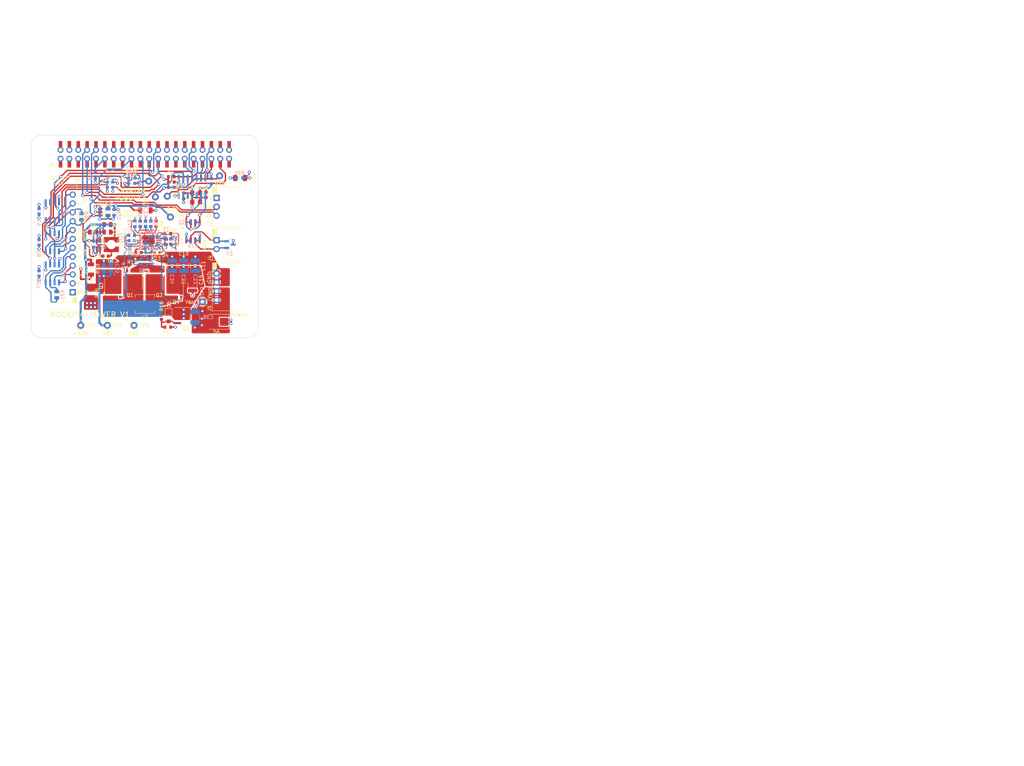
<source format=kicad_pcb>
(kicad_pcb (version 20221018) (generator pcbnew)
  (layers (0 "F.Cu" signal) (1 "In1.Cu" signal) (2 "In2.Cu" signal) (31 "B.Cu" signal) (34 "B.Paste" user) (35 "F.Paste" user) (36 "B.SilkS" user "B.Silkscreen") (37 "F.SilkS" user "F.Silkscreen") (38 "B.Mask" user) (39 "F.Mask" user) (44 "Edge.Cuts" user))
  (net 0 "")
  (net 1 "GND")
  (net 2 "Net-(C2-Pad2)")
  (net 3 "/5V PowerSupply/SS")
  (net 4 "/5V PowerSupply/COMP")
  (net 5 "/5V PowerSupply/V_{IN}")
  (net 6 "/5V PowerSupply/SLOPE")
  (net 7 "Net-(D1-Pad2)")
  (net 8 "Net-(C8-Pad1)")
  (net 9 "/5V PowerSupply/V_{P}")
  (net 10 "/5V PowerSupply/CS")
  (net 11 "/5V PowerSupply/CSG")
  (net 12 "/5V PowerSupply/BIAS")
  (net 13 "/5V PowerSupply/V_{CC}")
  (net 14 "/5V PowerSupply/BOOT_{1}")
  (net 15 "/5V PowerSupply/SW1")
  (net 16 "/5V PowerSupply/BOOT_{2}")
  (net 17 "/5V PowerSupply/SW2")
  (net 18 "/5V PowerSupply/V_{OSNS}")
  (net 19 "+3V0")
  (net 20 "Net-(D2-Pad1)")
  (net 21 "/3V-3.3V-PS/SW")
  (net 22 "/5V PowerSupply/HDRV1")
  (net 23 "/5V PowerSupply/R_{CSP}")
  (net 24 "/5V PowerSupply/LDRV1")
  (net 25 "/5V PowerSupply/HDRV2")
  (net 26 "/5V PowerSupply/LDRV2")
  (net 27 "/5V PowerSupply/EN{slash}UVLO")
  (net 28 "/5V PowerSupply/V_{ISNS}")
  (net 29 "Net-(D5-Pad2)")
  (net 30 "+5V")
  (net 31 "/CAN-FD/CAN_H")
  (net 32 "/CAN-FD/CAN_L")
  (net 33 "Net-(R4-Pad1)")
  (net 34 "Net-(R4-Pad2)")
  (net 35 "Net-(R20-Pad2)")
  (net 36 "Net-(R27-Pad2)")
  (net 37 "Net-(U1-Pad2)")
  (net 38 "/3V-3.3V-PS/3V3_{OUT}")
  (net 39 "Net-(U4-Pad1)")
  (net 40 "/VBAT")
  (net 41 "/SPI1_RXD")
  (net 42 "/DR")
  (net 43 "/DR_L")
  (net 44 "/DR_H")
  (net 47 "/SPI2_CLK")
  (net 48 "/UART2_TXD")
  (net 49 "/UART2_RXD")
  (net 50 "/PWM0")
  (net 52 "/PWM1")
  (net 56 "/SPI1_TXD")
  (net 57 "/MOSI_L")
  (net 59 "/SPI1_CLK")
  (net 60 "/~{SPI1_CS}")
  (net 64 "/SPI2_TXD")
  (net 65 "/SPI2_RXD")
  (net 66 "/MOSI_H")
  (net 67 "/~{SPI2_CS}")
  (net 68 "/3V-3.3V-PS/3V0_{OUT}")
  (net 69 "/~{CAN_INT0}")
  (net 70 "/~{CAN_INT1}")
  (net 73 "/MISO_L")
  (net 74 "/MISO_H")
  (net 75 "/SCK_L")
  (net 76 "/SCK_H")
  (net 77 "/CS_L")
  (net 78 "/CS_H")
  (net 79 "Net-(U4-Pad4)")
  (net 82 "/5V PowerSupply/MODE")
  (net 83 "/5V PowerSupply/RT")
  (net 84 "/5V PowerSupply/PGOOD")
  (net 85 "/5V PowerSupply/FB")
  (net 87 "/3V3_PI")
  (net 88 "+3V3")
  (net 90 "/~{CAN_INT}")
  (net 93 "Net-(TP9-Pad1)")
  (footprint "Capacitor_SMD:C_1210_3225Metric" (layer "F.Cu") (at 103.632 106.426 -90)
    (fp_text reference "C10")
    (fp_text value "22uF-25V-10%-1210")
  )
  (footprint "Resistor_SMD:R_0603_1608Metric" (layer "F.Cu") (at 99.06 97.168 180)
    (fp_text reference "R9")
    (fp_text value "2.00k-1%-0603")
  )
  (footprint "TestPoint:TestPoint_Keystone_5000-5004_Miniature" (layer "F.Cu") (at 95.5294 86.6902)
    (fp_text reference "TP7" hide)
    (fp_text value "+3.3V" hide)
  )
  (footprint "Package_TO_SOT_SMD:SOT-23-5" (layer "F.Cu") (at 80.899 91.059)
    (fp_text reference "U3")
    (fp_text value "MIC5233-3.0YM5-TR")
  )
  (footprint "Capacitor_SMD:C_0603_1608Metric" (layer "F.Cu") (at 90.678 102.616 180)
    (fp_text reference "C30")
    (fp_text value "0.1uF-10%-50V-0603")
  )
  (footprint "Capacitor_SMD:C_0805_2012Metric" (layer "F.Cu") (at 84.836 107.188 90)
    (fp_text reference "C14")
    (fp_text value "22uF-10V-10%-0805")
  )
  (footprint "PI-Power-Board:WE-TPC-744031002" (layer "F.Cu") (at 82.931 102.38 180)
    (fp_text reference "L1")
    (fp_text value "2.5uH-1.45A")
  )
  (footprint "PI-Power-Board:ECS-5032MV" (layer "F.Cu") (at 107.188 86.868 90)
    (fp_text reference "U2")
    (fp_text value "40MHz")
  )
  (footprint "PI-Power-Board:TI-SON5x6" (layer "F.Cu") (at 101.0158 112.583 -90)
    (fp_text reference "Q4")
    (fp_text value "CSD17577Q5A")
  )
  (footprint "Package_TO_SOT_SMD:SOT-353_SC-70-5" (layer "F.Cu") (at 82.55 83.185)
    (fp_text reference "U1")
    (fp_text value "NLSV1T34DFT2G")
  )
  (footprint "PI-Power-Board:70555-0003" (layer "F.Cu") (at 113.0435 111.125)
    (fp_text reference "J5")
    (fp_text value "POWER")
  )
  (footprint "Resistor_SMD:R_1206_3216Metric" (layer "F.Cu") (at 77.089 107.442 -90)
    (fp_text reference "R14")
    (fp_text value "0R-1206")
  )
  (footprint "PI-Power-Board:TI-SON5x6" (layer "F.Cu") (at 95.1738 110.678 90)
    (fp_text reference "Q2")
    (fp_text value "CSD17577Q5A")
  )
  (footprint "Resistor_SMD:R_0603_1608Metric" (layer "F.Cu") (at 103.632 86.36 -90)
    (fp_text reference "R4")
    (fp_text value "49.9R-1%-0603")
  )
  (footprint "Capacitor_SMD:C_0805_2012Metric" (layer "F.Cu") (at 77.724 96.774)
    (fp_text reference "C6")
    (fp_text value "22uF-10V-10%-0805")
  )
  (footprint "Package_TO_SOT_SMD:SOT-353_SC-70-5" (layer "F.Cu") (at 88.766 82.037)
    (fp_text reference "U11")
    (fp_text value "NLSV1T34DFT2G")
  )
  (footprint "Resistor_SMD:R_0603_1608Metric" (layer "F.Cu") (at 89.662 94.374 -90)
    (fp_text reference "R7")
    (fp_text value "105k-1%-0603")
  )
  (footprint "Diode_SMD:D_SOD-123F" (layer "F.Cu") (at 99.314 120.904 -90)
    (fp_text reference "D5")
    (fp_text value "15V")
  )
  (footprint "Diode_SMD:D_SOD-523" (layer "F.Cu") (at 96.012 102.616 180)
    (fp_text reference "D4")
    (fp_text value "NSR05T40XV2T5G")
  )
  (footprint "Capacitor_SMD:C_1210_3225Metric" (layer "F.Cu") (at 106.934 106.426 -90)
    (fp_text reference "C11")
    (fp_text value "22uF-25V-10%-1210")
  )
  (footprint "Resistor_SMD:R_0603_1608Metric" (layer "F.Cu") (at 99.06 123.952 180)
    (fp_text reference "R17")
    (fp_text value "1.0k-1%-0603")
  )
  (footprint "Capacitor_SMD:C_0805_2012Metric" (layer "F.Cu") (at 81.788 96.774 180)
    (fp_text reference "C7")
    (fp_text value "22uF-10V-10%-0805")
  )
  (footprint "Diode_SMD:D_SOD-523" (layer "F.Cu") (at 93.472 102.616)
    (fp_text reference "D3")
    (fp_text value "NSR05T40XV2T5G")
  )
  (footprint "Resistor_SMD:R_0603_1608Metric" (layer "F.Cu") (at 88.7222 97.676 180)
    (fp_text reference "R10")
    (fp_text value "10K0-1%-0603")
  )
  (footprint "TestPoint:TestPoint_Keystone_5000-5004_Miniature" (layer "F.Cu") (at 108.966 116.713)
    (fp_text reference "TP2")
    (fp_text value "V_{BAT}")
  )
  (footprint "MountingHole:MountingHole_2.5mm" (layer "F.Cu") (at 63.5 74.5)
    (fp_text reference "H2")
    (fp_text value "MTG Hole 2.5mm")
  )
  (footprint "Package_SO:SOIC-8_3.9x4.9mm_P1.27mm" (layer "F.Cu") (at 104.394 120.904)
    (fp_text reference "Q5")
    (fp_text value "SI4483ADY-T1-GE3")
  )
  (footprint "PI-PowerBoard:PASTE-HOLE-2.5mm" (layer "F.Cu") (at 121.5 74.5)
    (fp_text reference "H5" hide)
    (fp_text value "Paste Hole 2.5mm")
  )
  (footprint "Resistor_SMD:R_0603_1608Metric" (layer "F.Cu") (at 100.076 80.899)
    (fp_text reference "R1")
    (fp_text value "2.00k-1%-0603")
  )
  (footprint "Diode_SMD:D_SMB" (layer "F.Cu") (at 113.03 122.428 180)
    (fp_text reference "D6")
    (fp_text value "15V")
  )
  (footprint "PI-Power-Board:70555-0011" (layer "F.Cu") (at 71.857 100 180)
    (fp_text reference "J3")
    (fp_text value "IMU SPI")
  )
  (footprint "PI-Power-Board:70555-0001" (layer "F.Cu") (at 113.03 100.33)
    (fp_text reference "J4")
    (fp_text value "CAN")
  )
  (footprint "TestPoint:TestPoint_Keystone_5000-5004_Miniature" (layer "F.Cu") (at 93.599 82.1944)
    (fp_text reference "TP9" hide)
    (fp_text value "+3.3V" hide)
  )
  (footprint "PI-PowerBoard:PASTE-SLOT-5x2.5mm" (layer "F.Cu") (at 63.5 123.5)
    (fp_text reference "H3")
    (fp_text value "Paste Slot 5x2.5mm")
  )
  (footprint "Resistor_SMD:R_0603_1608Metric" (layer "F.Cu") (at 83.693 91.12 90)
    (fp_text reference "R6")
    (fp_text value "DNI-0603")
  )
  (footprint "Diode_SMD:D_SOD-523" (layer "F.Cu") (at 101.3206 99.5172 -90)
    (fp_text reference "D2")
    (fp_text value "NSR05T40XV2T5G")
  )
  (footprint "Capacitor_SMD:C_0603_1608Metric" (layer "F.Cu") (at 81.28 103.632)
    (fp_text reference "C8")
    (fp_text value "0.1uF-10%-50V-0603")
  )
  (footprint "Resistor_SMD:R_0603_1608Metric" (layer "F.Cu") (at 97.282 120.904 90)
    (fp_text reference "R16")
    (fp_text value "20.0k-1%-0603")
  )
  (footprint "Resistor_SMD:R_0603_1608Metric" (layer "F.Cu") (at 100.076 82.423)
    (fp_text reference "R2")
    (fp_text value "2.00k-1%-0603")
  )
  (footprint "MountingHole:MountingHole_2.5mm" (layer "F.Cu") (at 121.5 123.5)
    (fp_text reference "H8")
    (fp_text value "MTG Hole 2.5mm")
  )
  (footprint "Resistor_SMD:R_0603_1608Metric" (layer "F.Cu") (at 99.06 98.692)
    (fp_text reference "R11")
    (fp_text value "105k-1%-0603")
  )
  (footprint "TestPoint:TestPoint_Keystone_5000-5004_Miniature" (layer "F.Cu") (at 74.168 123.444)
    (fp_text reference "TP3")
    (fp_text value "+3.3V")
  )
  (footprint "Capacitor_SMD:C_1210_3225Metric" (layer "F.Cu") (at 100.33 106.426 -90)
    (fp_text reference "C9")
    (fp_text value "22uF-25V-10%-1210")
  )
  (footprint "Capacitor_SMD:C_0805_2012Metric" (layer "F.Cu") (at 80.772 107.188 90)
    (fp_text reference "C12")
    (fp_text value "22uF-10V-10%-0805")
  )
  (footprint "PI-Power-Board:M20-782045" (layer "F.Cu") (at 68.37 74.5)
    (fp_text reference "J1")
    (fp_text value "PI Header")
  )
  (footprint "TestPoint:TestPoint_Keystone_5000-5004_Miniature" (layer "F.Cu") (at 98.933 86.487)
    (fp_text reference "TP6" hide)
    (fp_text value "+3.3V" hide)
  )
  (footprint "Resistor_SMD:R_0603_1608Metric" (layer "F.Cu") (at 100.076 83.947)
    (fp_text reference "R3")
    (fp_text value "2.00k-1%-0603")
  )
  (footprint "Capacitor_SMD:C_0805_2012Metric" (layer "F.Cu") (at 81.788 94.615 180)
    (fp_text reference "C5")
    (fp_text value "22uF-10V-10%-0805")
  )
  (footprint "Capacitor_SMD:C_0603_1608Metric" (layer "F.Cu") (at 92.71 94.387 90)
    (fp_text reference "C3")
    (fp_text value "330pF-5%-50V-0603")
  )
  (footprint "TestPoint:TestPoint_Keystone_5000-5004_Miniature" (layer "F.Cu") (at 81.788 123.444)
    (fp_text reference "TP4")
    (fp_text value "+5V")
  )
  (footprint "PI-Power-Board:TI-SON5x6" (layer "F.Cu") (at 83.4898 112.583 -90)
    (fp_text reference "Q3")
    (fp_text value "CSD17577Q5A")
  )
  (footprint "PI-Power-Board:TI-SON5x6" (layer "F.Cu") (at 89.3318 110.678 90)
    (fp_text reference "Q1")
    (fp_text value "CSD17577Q5A")
  )
  (footprint "Capacitor_SMD:C_0603_1608Metric" (layer "F.Cu") (at 91.186 94.387 90)
    (fp_text reference "C2")
    (fp_text value "0.015uF-10%-50V-0603")
  )
  (footprint "TestPoint:TestPoint_Keystone_5000-5004_Miniature" (layer "F.Cu") (at 89.408 123.444)
    (fp_text reference "TP5")
    (fp_text value "GND")
  )
  (footprint "Resistor_SMD:R_1206_3216Metric" (layer "F.Cu") (at 92.71 90.551)
    (fp_text reference "R5")
    (fp_text value "0R-1206")
  )
  (footprint "Capacitor_SMD:C_1210_3225Metric" (layer "F.Cu") (at 106.172 112.014 90)
    (fp_text reference "C15")
    (fp_text value "22uF-25V-10%-1210")
  )
  (footprint "Package_TO_SOT_SMD:TSOT-23-6" (layer "F.Cu") (at 78.74 100.33 -90)
    (fp_text reference "U6")
    (fp_text value "AP62200WU-7")
  )
  (footprint "Capacitor_SMD:C_0603_1608Metric" (layer "F.Cu") (at 109.982 86.106 90)
    (fp_text reference "C1")
    (fp_text value "0.1uF-10%-50V-0603")
  )
  (footprint "Resistor_SMD:R_0612_1632Metric" (layer "F.Cu") (at 92.329 105.296 90)
    (fp_text reference "R13")
    (fp_text value "15m-1%-0612")
  )
  (footprint "Package_SO:SO-8_3.9x4.9mm_P1.27mm" (layer "F.Cu") (at 106.299 96.52 -90)
    (fp_text reference "U4")
    (fp_text value "MCP2542FD-E/SN")
  )
  (footprint "PI-PowerBoard:PASTE-SLOT-5x2.5mm" (layer "F.Cu") (at 63.5 74.5 -40.2)
    (fp_text reference "H1")
    (fp_text value "Paste Slot 5x2.5mm")
  )
  (footprint "PI-PowerBoard:PASTE-HOLE-2.5mm" (layer "F.Cu") (at 121.5 123.5)
    (fp_text reference "H7" hide)
    (fp_text value "Paste Hole 2.5mm")
  )
  (footprint "Resistor_SMD:R_0603_1608Metric" (layer "F.Cu") (at 95.758 94.387 90)
    (fp_text reference "R8")
    (fp_text value "93.1k-1%-0603")
  )
  (footprint "TestPoint:TestPoint_Keystone_5000-5004_Miniature" (layer "F.Cu") (at 113.919 80.645)
    (fp_text reference "TP8" hide)
    (fp_text value "+3.3V" hide)
  )
  (footprint "TestPoint:TestPoint_Keystone_5000-5004_Miniature" (layer "F.Cu") (at 99.822 92.456)
    (fp_text reference "TP1")
    (fp_text value "+3.0V")
  )
  (footprint "PI-Power-Board:QFN-28-1EP_4x5mm_P0.5mm_EP2.55x3.55mm_ThermalVias" (layer "F.Cu") (at 93.599 98.946 -90)
    (fp_text reference "U5")
    (fp_text value "LM5176RHF")
  )
  (footprint "MountingHole:MountingHole_2.5mm" (layer "F.Cu") (at 121.5 74.5)
    (fp_text reference "H4")
    (fp_text value "MTG Hole 2.5mm")
  )
  (footprint "Capacitor_SMD:C_0603_1608Metric" (layer "F.Cu") (at 94.234 94.387 90)
    (fp_text reference "C4")
    (fp_text value "47pF-5%-50V-0603")
  )
  (footprint "PI-Power-Board:70555-0002" (layer "F.Cu") (at 113.03 89.535)
    (fp_text reference "J2")
    (fp_text value "UART")
  )
  (footprint "MountingHole:MountingHole_2.5mm" (layer "F.Cu") (at 63.5 123.5)
    (fp_text reference "H6")
    (fp_text value "MTG Hole 2.5mm")
  )
  (footprint "Resistor_SMD:R_1206_3216Metric" (layer "F.Cu") (at 77.089 114.173 -90)
    (fp_text reference "R15")
    (fp_text value "0R-1206")
  )
  (footprint "Capacitor_SMD:C_0805_2012Metric" (layer "F.Cu") (at 82.804 107.188 90)
    (fp_text reference "C13")
    (fp_text value "22uF-10V-10%-0805")
  )
  (footprint "Resistor_SMD:R_0603_1608Metric" (layer "F.Cu") (at 99.06 100.216 180)
    (fp_text reference "R12")
    (fp_text value "249k-1%-0603")
  )
  (footprint "PI-Power-Board:IHLP2020CZER" (layer "F.Cu") (at 92.5068 117.348 180)
    (fp_text reference "L2")
    (fp_text value "1.0 uH-13.7m-20%")
  )
  (footprint "LED_SMD:LED_1206_3216Metric" (layer "F.Cu") (at 119.764 81.28 180)
    (fp_text reference "D1")
    (fp_text value "+5V")
  )
  (footprint "Package_SO:SO-8_3.9x4.9mm_P1.27mm" (layer "B.Cu") (at 66.04 99.695 -90)
    (fp_text reference "U9")
    (fp_text value "ADM3490ARZ")
  )
  (footprint "Capacitor_SMD:C_1210_3225Metric" (layer "B.Cu") (at 106.934 106.426 -90)
    (fp_text reference "C32")
    (fp_text value "22uF-25V-10%-1210")
  )
  (footprint "Capacitor_SMD:C_0603_1608Metric" (layer "B.Cu") (at 92.71 94.387 90)
    (fp_text reference "C23")
    (fp_text value "0.015uF-10%-50V-0603")
  )
  (footprint "Capacitor_SMD:C_1210_3225Metric" (layer "B.Cu") (at 106.8578 121.0818 -90)
    (fp_text reference "C38")
    (fp_text value "22uF-25V-10%-1210")
  )
  (footprint "Package_TO_SOT_SMD:SOT-23" (layer "B.Cu") (at 116.84 100.33)
    (fp_text reference "D7")
    (fp_text value "PESD1CAN")
  )
  (footprint "Capacitor_SMD:C_0603_1608Metric" (layer "B.Cu") (at 92.583 100.8126 90)
    (fp_text reference "C31")
    (fp_text value "1.0uF-10%-10V-0603")
  )
  (footprint "Capacitor_SMD:C_1210_3225Metric" (layer "B.Cu") (at 103.632 106.426 -90)
    (fp_text reference "C33")
    (fp_text value "22uF-25V-10%-1210")
  )
  (footprint "Resistor_SMD:R_0603_1608Metric" (layer "B.Cu") (at 78.359 80.645 -90)
    (fp_text reference "R18")
    (fp_text value "499R-1%-0603")
  )
  (footprint "Resistor_SMD:R_0603_1608Metric" (layer "B.Cu") (at 94.234 94.374 90)
    (fp_text reference "R22")
    (fp_text value "15.8k-1%-0603")
  )
  (footprint "Capacitor_SMD:C_0805_2012Metric" (layer "B.Cu") (at 81.915 91.059 -90)
    (fp_text reference "C20")
    (fp_text value "22uF-10V-10%-0805")
  )
  (footprint "Capacitor_SMD:C_0603_1608Metric" (layer "B.Cu") (at 83.312 83.185 -90)
    (fp_text reference "C17")
    (fp_text value "0.1uF-10%-50V-0603")
  )
  (footprint "Capacitor_SMD:C_0603_1608Metric" (layer "B.Cu") (at 88.7222 99.2)
    (fp_text reference "C26")
    (fp_text value "47pF-5%-50V-0603")
  )
  (footprint "Capacitor_SMD:C_0603_1608Metric" (layer "B.Cu") (at 87.884 82.042 -90)
    (fp_text reference "C40")
    (fp_text value "0.1uF-10%-50V-0603")
  )
  (footprint "Package_SO:SO-8_3.9x4.9mm_P1.27mm" (layer "B.Cu") (at 66.04 90.805 -90)
    (fp_text reference "U8")
    (fp_text value "ADM3490ARZ")
  )
  (footprint "Capacitor_SMD:C_0603_1608Metric" (layer "B.Cu") (at 89.662 82.042 -90)
    (fp_text reference "C39")
    (fp_text value "0.1uF-10%-50V-0603")
  )
  (footprint "Capacitor_SMD:C_0805_2012Metric" (layer "B.Cu") (at 82.804 107.188 90)
    (fp_text reference "C35")
    (fp_text value "22uF-10V-10%-0805")
  )
  (footprint "Capacitor_SMD:C_0603_1608Metric" (layer "B.Cu") (at 95.25 98.057 180)
    (fp_text reference "C24")
    (fp_text value "0.1uF-10%-50V-0603")
  )
  (footprint "Capacitor_SMD:C_0603_1608Metric" (layer "B.Cu") (at 106.299 93.98)
    (fp_text reference "C22")
    (fp_text value "0.1uF-10%-50V-0603")
  )
  (footprint "Resistor_SMD:R_0603_1608Metric" (layer "B.Cu") (at 119.637 81.28)
    (fp_text reference "R19")
    (fp_text value "1.0k-1%-0603")
  )
  (footprint "Capacitor_SMD:C_0603_1608Metric" (layer "B.Cu") (at 98.679 99.581 90)
    (fp_text reference "C27")
    (fp_text value "0.1uF-10%-50V-0603")
  )
  (footprint "Capacitor_SMD:C_0603_1608Metric" (layer "B.Cu") (at 95.25 100.4062 180)
    (fp_text reference "C29")
    (fp_text value "0.1uF-10%-50V-0603")
  )
  (footprint "Resistor_SMD:R_0603_1608Metric" (layer "B.Cu") (at 89.662 94.374 90)
    (fp_text reference "R24")
    (fp_text value "20.0k-1%-0603")
  )
  (footprint "Capacitor_SMD:C_0603_1608Metric" (layer "B.Cu") (at 62.23 99.695 -90)
    (fp_text reference "C28")
    (fp_text value "0.1uF-10%-50V-0603")
  )
  (footprint "Capacitor_SMD:C_0603_1608Metric" (layer "B.Cu") (at 111.506 82.169 -90)
    (fp_text reference "C16")
    (fp_text value "0.1uF-10%-50V-0603")
  )
  (footprint "Capacitor_SMD:C_0603_1608Metric" (layer "B.Cu") (at 62.23 108.585 -90)
    (fp_text reference "C37")
    (fp_text value "0.1uF-10%-50V-0603")
  )
  (footprint "Resistor_SMD:R_0603_1608Metric" (layer "B.Cu") (at 77.851 100.203 90)
    (fp_text reference "R28")
    (fp_text value "10.0k-1%-0603")
  )
  (footprint "Capacitor_SMD:C_0603_1608Metric" (layer "B.Cu") (at 79.629 91.059 -90)
    (fp_text reference "C21")
    (fp_text value "0.1uF-10%-50V-0603")
  )
  (footprint "Capacitor_SMD:C_0805_2012Metric" (layer "B.Cu") (at 80.772 107.188 90)
    (fp_text reference "C36")
    (fp_text value "22uF-10V-10%-0805")
  )
  (footprint "Resistor_SMD:R_0603_1608Metric" (layer "B.Cu") (at 88.7222 97.676)
    (fp_text reference "R25")
    (fp_text value "0R-0603")
  )
  (footprint "Resistor_SMD:R_0603_1608Metric" (layer "B.Cu") (at 100.203 99.581 90)
    (fp_text reference "R26")
    (fp_text value "10R0-1%-0603")
  )
  (footprint "Resistor_SMD:R_0603_1608Metric" (layer "B.Cu") (at 79.375 100.203 -90)
    (fp_text reference "R27")
    (fp_text value "31.6k-1%-0603")
  )
  (footprint "Capacitor_SMD:C_0603_1608Metric" (layer "B.Cu") (at 81.788 83.185 -90)
    (fp_text reference "C18")
    (fp_text value "0.1uF-10%-50V-0603")
  )
  (footprint "Resistor_SMD:R_0603_1608Metric" (layer "B.Cu") (at 92.329 106.058)
    (fp_text reference "R30")
    (fp_text value "100R-1%-0603")
  )
  (footprint "Resistor_SMD:R_0805_2012Metric" (layer "B.Cu") (at 67.2865 114.681 90)
    (fp_text reference "R31")
    (fp_text value "120R-1%-0805")
  )
  (footprint "Resistor_SMD:R_0603_1608Metric" (layer "B.Cu") (at 92.329 104.534)
    (fp_text reference "R29")
    (fp_text value "100R-1%-0603")
  )
  (footprint "Resistor_SMD:R_0603_1608Metric" (layer "B.Cu") (at 83.693 91.12 -90)
    (fp_text reference "R20")
    (fp_text value "DNI-0603")
  )
  (footprint "Package_SO:SO-8_3.9x4.9mm_P1.27mm" (layer "B.Cu") (at 66.04 108.585 -90)
    (fp_text reference "U10")
    (fp_text value "ADM3490ARZ")
  )
  (footprint "Capacitor_SMD:C_1210_3225Metric" (layer "B.Cu") (at 100.33 106.426 -90)
    (fp_text reference "C34")
    (fp_text value "22uF-25V-10%-1210")
  )
  (footprint "Capacitor_SMD:C_0603_1608Metric" (layer "B.Cu") (at 106.299 99.187)
    (fp_text reference "C25")
    (fp_text value "0.1uF-10%-50V-0603")
  )
  (footprint "Resistor_SMD:R_0603_1608Metric" (layer "B.Cu") (at 91.186 94.387 -90)
    (fp_text reference "R23")
    (fp_text value "2.00k-1%-0603")
  )
  (footprint "Package_SO:SOIC-14_3.9x8.7mm_P1.27mm" (layer "B.Cu") (at 106.045 83.82 90)
    (fp_text reference "U7")
    (fp_text value "MCP2517FDT-H/SL")
  )
  (footprint "Resistor_SMD:R_0805_2012Metric" (layer "B.Cu") (at 74.422 92.329 -90)
    (fp_text reference "R21")
    (fp_text value "120R-1%-0805")
  )
  (footprint "Capacitor_SMD:C_0603_1608Metric" (layer "B.Cu") (at 62.23 90.805 -90)
    (fp_text reference "C19")
    (fp_text value "0.1uF-10%-50V-0603")
  )
  (gr_rect (start 80.645 116.332) (end 97.536 121.031) (fill solid) (layer "B.Cu"))
  (gr_line (start 94.234 103.5304) (end 95.0722 103.759) (stroke (width 0.15)) (layer "F.SilkS"))
  (gr_line (start 90.5764 92.5322) (end 90.3224 92.7862) (stroke (width 0.15)) (layer "F.SilkS"))
  (gr_line (start 111.6584 112.776) (end 110.744 112.776) (stroke (width 0.15)) (layer "F.SilkS"))
  (gr_line (start 111.6584 111.4806) (end 110.7313 111.4806) (stroke (width 0.15)) (layer "F.SilkS"))
  (gr_line (start 111.6584 116.3066) (end 110.7313 116.3066) (stroke (width 0.15)) (layer "F.SilkS"))
  (gr_line (start 100.6094 97.6122) (end 100.2284 97.9678) (stroke (width 0.15)) (layer "F.SilkS"))
  (gr_line (start 85.9536 92.5322) (end 90.5764 92.5322) (stroke (width 0.15)) (layer "F.SilkS"))
  (gr_line (start 90.5764 92.5322) (end 90.3478 92.3036) (stroke (width 0.15)) (layer "F.SilkS"))
  (gr_line (start 111.6584 108.1278) (end 110.7313 108.1278) (stroke (width 0.15)) (layer "F.SilkS"))
  (gr_line (start 60 72) (end 60 124) (stroke (width 0.1)) (layer "Edge.Cuts"))
  (gr_arc locked (start 122 69) (mid 124.12132 69.87868) (end 125 72) (stroke (width 0.1)) (layer "Edge.Cuts"))
  (gr_line locked (start 63 127) (end 122 127) (stroke (width 0.1)) (layer "Edge.Cuts"))
  (gr_arc locked (start 63 127) (mid 60.87868 126.12132) (end 60 124) (stroke (width 0.1)) (layer "Edge.Cuts"))
  (gr_arc locked (start 125 124) (mid 124.12132 126.12132) (end 122 127) (stroke (width 0.1)) (layer "Edge.Cuts"))
  (gr_arc locked (start 60 72) (mid 60.87868 69.87868) (end 63 69) (stroke (width 0.1)) (layer "Edge.Cuts"))
  (gr_line (start 125 124) (end 125 72) (stroke (width 0.1)) (layer "Edge.Cuts"))
  (gr_line locked (start 122 69) (end 63 69) (stroke (width 0.1)) (layer "Edge.Cuts"))
  (gr_text "TX" (at 110.871 89.535) (layer "F.SilkS") (effects (font (size 1 1))))
  (gr_text "MISO" (at 75.3872 92.456 90) (layer "F.SilkS") (effects (font (size 1 1))))
  (gr_text "H" (at 110.998 101.6 90) (layer "F.SilkS") (effects (font (size 1 1))))
  (gr_text "5V" (at 74.0918 111.4806) (layer "F.SilkS") (effects (font (size 1 1))))
  (gr_text "L" (at 110.998 99.06 90) (layer "F.SilkS") (effects (font (size 1 1))))
  (gr_text "H" (at 73.8632 96.1644 90) (layer "F.SilkS") (effects (font (size 1 1))))
  (gr_text "971" (at 88.5952 79.7306) (layer "F.SilkS") (effects (font (size 1.27 1.27) (thickness 0.2286))))
  (gr_text "L" (at 73.8632 103.8098 90) (layer "F.SilkS") (effects (font (size 1 1))))
  (gr_text "G" (at 111.252 86.995) (layer "F.SilkS") (effects (font (size 1 1))))
  (gr_text "H" (at 73.8632 91.1098 90) (layer "F.SilkS") (effects (font (size 1 1))))
  (gr_text "L" (at 73.8378 93.6498 90) (layer "F.SilkS") (effects (font (size 1 1))))
  (gr_text "DR" (at 75.3872 102.489 90) (layer "F.SilkS") (effects (font (size 1 1))))
  (gr_text "GND" (at 74.5998 114.0206) (layer "F.SilkS") (effects (font (size 1 1))))
  (gr_text "H" (at 73.914 86.0552 90) (layer "F.SilkS") (effects (font (size 1 1))))
  (gr_text "SCK" (at 75.3872 107.569 90) (layer "F.SilkS") (effects (font (size 1 1))))
  (gr_text "MOSI" (at 75.3872 97.536 90) (layer "F.SilkS") (effects (font (size 1 1))))
  (gr_text "L" (at 73.8632 88.6206 90) (layer "F.SilkS") (effects (font (size 1 1))))
  (gr_text "L" (at 73.8632 98.7806 90) (layer "F.SilkS") (effects (font (size 1 1))))
  (gr_text "H" (at 73.8886 106.3498 90) (layer "F.SilkS") (effects (font (size 1 1))))
  (gr_text "H" (at 73.8632 101.219 90) (layer "F.SilkS") (effects (font (size 1 1))))
  (gr_text "ROCKPI4 POWER V1" (at 76.835 120.396) (layer "F.SilkS") (effects (font (size 1.524 1.524) (thickness 0.2286))))
  (gr_text "CS" (at 75.3872 87.376 90) (layer "F.SilkS") (effects (font (size 1 1))))
  (gr_text "RX" (at 110.744 92.202) (layer "F.SilkS") (effects (font (size 1 1))))
  (gr_text "L" (at 73.914 108.966 90) (layer "F.SilkS") (effects (font (size 1 1))))
  (gr_text "V_{BAT}" (at 110.998 114.427 90) (layer "F.SilkS") (effects (font (size 1 1))))
  (gr_text "GND" (at 110.9726 109.8042 90) (layer "F.SilkS") (effects (font (size 1 1))))
  (gr_text "SPARTAN\nROBOTICS" (at 88.519 86.0044) (layer "F.SilkS") (effects (font (size 1.27 1.27) (thickness 0.2286))))
  (segment (start 86.858 82.687) (end 86.741 82.804) (width 0.254) (layer "F.Cu") (net 1))
  (segment (start 92.71 93.612) (end 92.71 92.6592) (width 0.254) (layer "F.Cu") (net 1))
  (segment (start 115.688 122.936) (end 115.18 122.428) (width 0.635) (layer "F.Cu") (net 1))
  (segment (start 93.6494 104.546) (end 92.329 104.546) (width 0.254) (layer "F.Cu") (net 1))
  (segment (start 92.349 98.671) (end 92.074 98.946) (width 0.254) (layer "F.Cu") (net 1))
  (segment (start 115.688 121.92) (end 115.18 122.428) (width 0.635) (layer "F.Cu") (net 1))
  (segment (start 93.849 100.221) (end 93.599 99.971) (width 0.254) (layer "F.Cu") (net 1))
  (segment (start 79.69 96.8908) (end 79.689999 96.890801) (width 0.381) (layer "F.Cu") (net 1))
  (segment (start 78.674 96.774) (end 79.5732 96.774) (width 0.381) (layer "F.Cu") (net 1))
  (segment (start 109.982 85.331) (end 109.982 84.201) (width 0.381) (layer "F.Cu") (net 1))
  (segment (start 79.69 96.8908) (end 79.690001 95.615801) (width 0.381) (layer "F.Cu") (net 1))
  (segment (start 94.2086 93.5866) (end 94.234 93.612) (width 0.254) (layer "F.Cu") (net 1))
  (segment (start 81.6102 84.963) (end 81.6102 83.8452) (width 0.254) (layer "F.Cu") (net 1))
  (segment (start 94.487443 105.154049) (end 94.054249 105.154049) (width 0.254) (layer "F.Cu") (net 1))
  (segment (start 117.094 122.936) (end 115.688 122.936) (width 0.635) (layer "F.Cu") (net 1))
  (segment (start 95.758 92.6592) (end 95.7326 92.6338) (width 0.254) (layer "F.Cu") (net 1))
  (segment (start 100.3424 98.692) (end 99.885 98.692) (width 0.254) (layer "F.Cu") (net 1))
  (segment (start 94.2086 92.6338) (end 94.2086 93.5866) (width 0.254) (layer "F.Cu") (net 1))
  (segment (start 106.934 93.945) (end 106.934 95.504) (width 0.381) (layer "F.Cu") (net 1))
  (segment (start 108.204 99.095) (end 108.204 97.536) (width 0.381) (layer "F.Cu") (net 1))
  (segment (start 121.164 81.28) (end 122.558 81.28) (width 0.381) (layer "F.Cu") (net 1))
  (segment (start 91.824 98.696) (end 92.074 98.946) (width 0.254) (layer "F.Cu") (net 1))
  (segment (start 92.329 104.546) (end 92.481 104.394) (width 0.254) (layer "F.Cu") (net 1))
  (segment (start 79.690001 95.036599) (end 79.690001 95.615801) (width 0.381) (layer "F.Cu") (net 1))
  (segment (start 83.693 90.295) (end 84.8172 90.295) (width 0.381) (layer "F.Cu") (net 1))
  (segment (start 95.758 93.562) (end 95.758 92.6592) (width 0.254) (layer "F.Cu") (net 1))
  (segment (start 80.838 94.615) (end 80.1116 94.615) (width 0.381) (layer "F.Cu") (net 1))
  (segment (start 106.172 113.489) (end 106.172 114.808) (width 0.508) (layer "F.Cu") (net 1))
  (segment (start 94.054249 105.154049) (end 93.4462 104.546) (width 0.254) (layer "F.Cu") (net 1))
  (segment (start 91.199 98.196) (end 92.849 98.196) (width 0.2413) (layer "F.Cu") (net 1))
  (segment (start 100.84444 97.918665) (end 100.584 98.179105) (width 0.254) (layer "F.Cu") (net 1))
  (segment (start 92.349 97.046) (end 92.349 98.671) (width 0.2413) (layer "F.Cu") (net 1))
  (segment (start 94.849 98.671) (end 95.124 98.946) (width 0.254) (layer "F.Cu") (net 1))
  (segment (start 94.849 97.046) (end 94.849 98.671) (width 0.2413) (layer "F.Cu") (net 1))
  (segment (start 79.8068 96.774) (end 79.689999 96.890801) (width 0.381) (layer "F.Cu") (net 1))
  (segment (start 80.838 96.774) (end 79.8068 96.774) (width 0.381) (layer "F.Cu") (net 1))
  (segment (start 108.288 85.598) (end 108.288 84.244) (width 0.381) (layer "F.Cu") (net 1))
  (segment (start 93.849 100.846) (end 93.849 100.221) (width 0.2413) (layer "F.Cu") (net 1))
  (segment (start 89.943826 104.546) (end 89.779626 104.3818) (width 0.381) (layer "F.Cu") (net 1))
  (segment (start 79.69 96.8908) (end 79.69 97.646392) (width 0.381) (layer "F.Cu") (net 1))
  (segment (start 78.5114 91.059) (end 78.4098 90.9574) (width 0.381) (layer "F.Cu") (net 1))
  (segment (start 80.1116 94.615) (end 79.690001 95.036599) (width 0.381) (layer "F.Cu") (net 1))
  (segment (start 92.849 98.196) (end 93.599 98.946) (width 0.254) (layer "F.Cu") (net 1))
  (segment (start 91.199 98.696) (end 91.824 98.696) (width 0.2413) (layer "F.Cu") (net 1))
  (segment (start 108.288 84.244) (end 108.331 84.201) (width 0.381) (layer "F.Cu") (net 1))
  (segment (start 87.816 82.687) (end 86.858 82.687) (width 0.254) (layer "F.Cu") (net 1))
  (segment (start 79.7615 91.059) (end 78.5114 91.059) (width 0.381) (layer "F.Cu") (net 1))
  (segment (start 93.4462 104.546) (end 92.329 104.546) (width 0.254) (layer "F.Cu") (net 1))
  (segment (start 117.094 121.92) (end 115.688 121.92) (width 0.635) (layer "F.Cu") (net 1))
  (segment (start 81.7626 85.1154) (end 81.6102 84.963) (width 0.254) (layer "F.Cu") (net 1))
  (segment (start 100.584 98.4504) (end 100.3424 98.692) (width 0.254) (layer "F.Cu") (net 1))
  (segment (start 79.69 99.1925) (end 79.69 96.8908) (width 0.381) (layer "F.Cu") (net 1))
  (segment (start 81.6102 83.8452) (end 81.6 83.835) (width 0.254) (layer "F.Cu") (net 1))
  (segment (start 99.885 123.952) (end 101.219 123.952) (width 0.381) (layer "F.Cu") (net 1))
  (segment (start 100.584 98.179105) (end 100.584 98.4504) (width 0.254) (layer "F.Cu") (net 1))
  (segment (start 79.69 97.646392) (end 79.770108 97.7265) (width 0.381) (layer "F.Cu") (net 1))
  (segment (start 117.094 122.936) (end 117.094 121.92) (width 0.635) (layer "F.Cu") (net 1))
  (segment (start 79.5732 96.774) (end 79.69 96.8908) (width 0.381) (layer "F.Cu") (net 1))
  (segment (start 84.8172 90.295) (end 84.8406 90.2716) (width 0.381) (layer "F.Cu") (net 1))
  (segment (start 108.331 84.201) (end 109.982 84.201) (width 0.381) (layer "F.Cu") (net 1))
  (via (at 79.629 93.0148) (size 0.889) (drill 0.508) (layers "F.Cu" "B.Cu") (net 1))
  (via (at 62.23 101.6) (size 0.889) (drill 0.508) (layers "F.Cu" "B.Cu") (net 1))
  (via (at 81.7626 85.1154) (size 0.8) (drill 0.4) (layers "F.Cu" "B.Cu") (net 1))
  (via (at 100.84444 97.918665) (size 0.508) (drill 0.254) (layers "F.Cu" "B.Cu") (net 1))
  (via (at 86.741 82.804) (size 0.8) (drill 0.4) (layers "F.Cu" "B.Cu") (net 1))
  (via (at 62.23 92.71) (size 0.889) (drill 0.508) (layers "F.Cu" "B.Cu") (net 1))
  (via (at 90.805 96.4438) (size 0.508) (drill 0.254) (layers "F.Cu" "B.Cu") (net 1))
  (via (at 78.4098 90.9574) (size 0.889) (drill 0.508) (layers "F.Cu" "B.Cu") (net 1))
  (via (at 94.6912 104.1908) (size 0.889) (drill 0.508) (layers "F.Cu" "B.Cu") (net 1))
  (via (at 92.71 92.6592) (size 0.508) (drill 0.254) (layers "F.Cu" "B.Cu") (net 1))
  (via (at 106.172 114.808) (size 0.889) (drill 0.508) (layers "F.Cu" "B.Cu") (net 1))
  (via (at 80.772 105.029) (size 0.889) (drill 0.508) (layers "F.Cu" "B.Cu") (net 1))
  (via (at 117.094 122.936) (size 0.889) (drill 0.508) (layers "F.Cu" "B.Cu") (net 1))
  (via (at 117.094 121.92) (size 0.889) (drill 0.508) (layers "F.Cu" "B.Cu") (net 1))
  (via (at 89.662 92.6338) (size 0.508) (drill 0.254) (layers "F.Cu" "B.Cu") (net 1))
  (via (at 106.934 103.759) (size 0.889) (drill 0.508) (layers "F.Cu" "B.Cu") (net 1))
  (via (at 90.932 83.1284) (size 0.8) (drill 0.4) (layers "F.Cu" "B.Cu") (net 1))
  (via (at 79.770108 97.7265) (size 0.889) (drill 0.508) (layers "F.Cu" "B.Cu") (net 1))
  (via (at 108.331 84.201) (size 0.889) (drill 0.508) (layers "F.Cu" "B.Cu") (net 1))
  (via (at 67.415103 98.5779) (size 0.889) (drill 0.508) (layers "F.Cu" "B.Cu") (net 1))
  (via (at 68.199 104.394) (size 0.889) (drill 0.508) (layers "F.Cu" "B.Cu") (net 1))
  (via (at 91.706393 103.576903) (size 0.508) (drill 0.254) (layers "F.Cu" "B.Cu") (net 1))
  (via (at 95.7326 92.6338) (size 0.508) (drill 0.254) (layers "F.Cu" "B.Cu") (net 1))
  (via (at 106.934 117.983) (size 0.889) (drill 0.508) (layers "F.Cu" "B.Cu") (net 1))
  (via (at 122.558 81.28) (size 0.889) (drill 0.508) (layers "F.Cu" "B.Cu") (net 1))
  (via (at 92.3798 103.5812) (size 0.508) (drill 0.254) (layers "F.Cu" "B.Cu") (net 1))
  (via (at 108.204 97.536) (size 0.8) (drill 0.4) (layers "F.Cu" "B.Cu") (net 1))
  (via (at 84.836 105.029) (size 0.889) (drill 0.508) (layers "F.Cu" "B.Cu") (net 1))
  (via (at 82.804 105.029) (size 0.889) (drill 0.508) (layers "F.Cu" "B.Cu") (net 1))
  (via (at 83.312 85.09) (size 0.8) (drill 0.4) (layers "F.Cu" "B.Cu") (net 1))
  (via (at 109.982 84.201) (size 0.889) (drill 0.508) (layers "F.Cu" "B.Cu") (net 1))
  (via (at 106.934 95.504) (size 0.889) (drill 0.508) (layers "F.Cu" "B.Cu") (net 1))
  (via (at 84.8406 90.2716) (size 0.889) (drill 0.508) (layers "F.Cu" "B.Cu") (net 1))
  (via (at 103.632 103.759) (size 0.889) (drill 0.508) (layers "F.Cu" "B.Cu") (net 1))
  (via (at 62.23 110.49) (size 0.889) (drill 0.508) (layers "F.Cu" "B.Cu") (net 1))
  (via (at 89.779626 104.3818) (size 0.889) (drill 0.508) (layers "F.Cu" "B.Cu") (net 1))
  (via (at 101.219 86.36) (size 0.889) (drill 0.508) (layers "F.Cu" "B.Cu") (net 1))
  (via (at 94.2086 92.6338) (size 0.508) (drill 0.254) (layers "F.Cu" "B.Cu") (net 1))
  (via (at 67.945 86.614) (size 0.889) (drill 0.508) (layers "F.Cu" "B.Cu") (net 1))
  (via (at 117.856 99.187) (size 0.889) (drill 0.508) (layers "F.Cu" "B.Cu") (net 1))
  (via (at 94.487443 105.154049) (size 0.508) (drill 0.254) (layers "F.Cu" "B.Cu") (net 1))
  (via (at 79.690001 95.615801) (size 0.8) (drill 0.4) (layers "F.Cu" "B.Cu") (net 1))
  (via (at 101.219 123.952) (size 0.889) (drill 0.508) (layers "F.Cu" "B.Cu") (net 1))
  (via (at 93.0656 103.5812) (size 0.508) (drill 0.254) (layers "F.Cu" "B.Cu") (net 1))
  (via (at 100.33 103.759) (size 0.889) (drill 0.508) (layers "F.Cu" "B.Cu") (net 1))
  (segment (start 92.583 99.314) (end 92.951 98.946) (width 0.381) (layer "B.Cu") (net 1))
  (segment (start 93.867394 104.534) (end 93.154 104.534) (width 0.254) (layer "B.Cu") (net 1))
  (segment (start 87.122 83.693) (end 86.741 83.312) (width 0.381) (layer "B.Cu") (net 1))
  (segment (start 87.63 83.693) (end 87.122 83.693) (width 0.381) (layer "B.Cu") (net 1))
  (segment (start 81.915 92.7608) (end 81.915 92.009) (width 0.381) (layer "B.Cu") (net 1))
  (segment (start 108.331 97.663) (end 108.204 97.536) (width 0.381) (layer "B.Cu") (net 1))
  (segment (start 106.934 119.5306) (end 106.934 117.983) (width 0.508) (layer "B.Cu") (net 1))
  (segment (start 101.284 86.295) (end 101.219 86.36) (width 0.381) (layer "B.Cu") (net 1))
  (segment (start 107.074 99.187) (end 107.823 99.187) (width 0.381) (layer "B.Cu") (net 1))
  (segment (start 81.7626 85.1154) (end 81.7626 83.9854) (width 0.254) (layer "B.Cu") (net 1))
  (segment (start 94.487443 105.154049) (end 93.867394 104.534) (width 0.254) (layer "B.Cu") (net 1))
  (segment (start 94.475 98.057) (end 93.735 98.057) (width 0.254) (layer "B.Cu") (net 1))
  (segment (start 67.945 106.01) (end 67.945 104.648) (width 0.381) (layer "B.Cu") (net 1))
  (segment (start 94.234 92.6592) (end 94.2086 92.6338) (width 0.254) (layer "B.Cu") (net 1))
  (segment (start 67.945 88.23) (end 67.945 86.614) (width 0.508) (layer "B.Cu") (net 1))
  (segment (start 106.934 104.951) (end 106.934 103.759) (width 0.508) (layer "B.Cu") (net 1))
  (segment (start 108.077 94.996) (end 108.077 94.107) (width 0.381) (layer "B.Cu") (net 1))
  (segment (start 117.7775 99.2655) (end 117.856 99.187) (width 0.381) (layer "B.Cu") (net 1))
  (segment (start 91.186 95.212) (end 91.186 96.0628) (width 0.254) (layer "B.Cu") (net 1))
  (segment (start 111.506 82.944) (end 111.506 83.566) (width 0.381) (layer "B.Cu") (net 1))
  (segment (start 67.945 104.648) (end 68.199 104.394) (width 0.381) (layer "B.Cu") (net 1))
  (segment (start 94.234 93.549) (end 94.234 92.6592) (width 0.254) (layer "B.Cu") (net 1))
  (segment (start 93.599 100.2538) (end 93.599 99.971) (width 0.254) (layer "B.Cu") (net 1))
  (segment (start 62.23 91.58) (end 62.23 92.71) (width 0.508) (layer "B.Cu") (net 1))
  (segment (start 79.009199 95.615801) (end 79.690001 95.615801) (width 0.381) (layer "B.Cu") (net 1))
  (segment (start 87.884 83.439) (end 87.63 83.693) (width 0.381) (layer "B.Cu") (net 1))
  (segment (start 94.475 100.4062) (end 93.7514 100.4062) (width 0.254) (layer "B.Cu") (net 1))
  (segment (start 111.506 83.566) (end 110.871 84.201) (width 0.381) (layer "B.Cu") (net 1))
  (segment (start 81.7626 83.9854) (end 81.788 83.96) (width 0.254) (layer "B.Cu") (net 1))
  (segment (start 108.077 94.107) (end 107.95 93.98) (width 0.381) (layer "B.Cu") (net 1))
  (segment (start 89.662 93.549) (end 89.662 92.6338) (width 0.254) (layer "B.Cu") (net 1))
  (segment (start 92.583 100.0376) (end 92.583 99.314) (width 0.381) (layer "B.Cu") (net 1))
  (segment (start 86.741 83.312) (end 86.741 82.804) (width 0.381) (layer "B.Cu") (net 1))
  (segment (start 83.312 85.09) (end 83.312 83.96) (width 0.254) (layer "B.Cu") (net 1))
  (segment (start 81.661 93.0148) (end 81.915 92.7608) (width 0.381) (layer "B.Cu") (net 1))
  (segment (start 107.95 93.98) (end 107.074 93.98) (width 0.381) (layer "B.Cu") (net 1))
  (segment (start 102.235 86.295) (end 101.284 86.295) (width 0.381) (layer "B.Cu") (net 1))
  (segment (start 100.33 104.951) (end 100.33 103.759) (width 0.508) (layer "B.Cu") (net 1))
  (segment (start 90.932 83.1284) (end 90.6206 82.817) (width 0.381) (layer "B.Cu") (net 1))
  (segment (start 91.186 96.0628) (end 90.805 96.4438) (width 0.254) (layer "B.Cu") (net 1))
  (segment (start 93.7514 100.4062) (end 93.599 100.2538) (width 0.254) (layer "B.Cu") (net 1))
  (segment (start 67.945 98.298) (end 67.945 97.12) (width 0.381) (layer "B.Cu") (net 1))
  (segment (start 67.415103 98.5779) (end 67.6651 98.5779) (width 0.381) (layer "B.Cu") (net 1))
  (segment (start 106.8578 119.6068) (end 106.934 119.5306) (width 0.508) (layer "B.Cu") (net 1))
  (segment (start 108.331 98.679) (end 108.331 97.663) (width 0.381) (layer "B.Cu") (net 1))
  (segment (start 80.772 106.238) (end 80.772 105.029) (width 0.508) (layer "B.Cu") (net 1))
  (segment (start 107.569 95.504) (end 108.077 94.996) (width 0.381) (layer "B.Cu") (net 1))
  (segment (start 92.951 98.946) (end 93.599 98.946) (width 0.381) (layer "B.Cu") (net 1))
  (segment (start 90.6206 82.817) (end 89.662 82.817) (width 0.381) (layer "B.Cu") (net 1))
  (segment (start 82.804 105.029) (end 82.804 106.238) (width 0.508) (layer "B.Cu") (net 1))
  (segment (start 79.629 93.0148) (end 81.661 93.0148) (width 0.381) (layer "B.Cu") (net 1))
  (segment (start 77.851 99.378) (end 77.851 96.774) (width 0.381) (layer "B.Cu") (net 1))
  (segment (start 117.7775 100.33) (end 117.7775 99.2655) (width 0.381) (layer "B.Cu") (net 1))
  (segment (start 62.23 100.47) (end 62.23 101.6) (width 0.381) (layer "B.Cu") (net 1))
  (segment (start 67.6651 98.5779) (end 67.945 98.298) (width 0.381) (layer "B.Cu") (net 1))
  (segment (start 103.632 103.759) (end 103.632 104.951) (width 0.508) (layer "B.Cu") (net 1))
  (segment (start 106.934 95.504) (end 107.569 95.504) (width 0.381) (layer "B.Cu") (net 1))
  (segment (start 110.871 84.201) (end 109.982 84.201) (width 0.381) (layer "B.Cu") (net 1))
  (segment (start 79.629 91.834) (end 79.629 93.0148) (width 0.381) (layer "B.Cu") (net 1))
  (segment (start 92.71 92.6592) (end 92.71 93.612) (width 0.254) (layer "B.Cu") (net 1))
  (segment (start 62.23 109.36) (end 62.23 110.49) (width 0.381) (layer "B.Cu") (net 1))
  (segment (start 107.823 99.187) (end 108.331 98.679) (width 0.381) (layer "B.Cu") (net 1))
  (segment (start 93.735 98.057) (end 93.599 97.921) (width 0.254) (layer "B.Cu") (net 1))
  (segment (start 77.851 96.774) (end 79.009199 95.615801) (width 0.381) (layer "B.Cu") (net 1))
  (segment (start 87.884 82.817) (end 87.884 83.439) (width 0.381) (layer "B.Cu") (net 1))
  (segment (start 91.186 92.6338) (end 91.2114 92.6084) (width 0.254) (layer "F.Cu") (net 2))
  (segment (start 91.186 93.612) (end 91.186 92.6338) (width 0.254) (layer "F.Cu") (net 2))
  (via (at 91.2114 92.6084) (size 0.508) (drill 0.254) (layers "F.Cu" "B.Cu") (net 2))
  (segment (start 91.2114 93.5366) (end 91.186 93.562) (width 0.254) (layer "B.Cu") (net 2))
  (segment (start 91.2114 92.6084) (end 91.2114 93.5366) (width 0.254) (layer "B.Cu") (net 2))
  (segment (start 93.349 97.046) (end 93.349 96.1096) (width 0.2413) (layer "F.Cu") (net 3))
  (segment (start 93.349 96.1096) (end 93.3958 96.0628) (width 0.254) (layer "F.Cu") (net 3))
  (via (at 93.3958 96.0628) (size 0.508) (drill 0.254) (layers "F.Cu" "B.Cu") (net 3))
  (segment (start 93.3958 96.0628) (end 92.8624 96.0628) (width 0.254) (layer "B.Cu") (net 3))
  (segment (start 92.71 95.9104) (end 92.71 95.162) (width 0.254) (layer "B.Cu") (net 3))
  (segment (start 92.8624 96.0628) (end 92.71 95.9104) (width 0.254) (layer "B.Cu") (net 3))
  (segment (start 91.186 95.9358) (end 91.4654 96.2152) (width 0.254) (layer "F.Cu") (net 4))
  (segment (start 92.849 97.046) (end 92.849 96.3542) (width 0.2413) (layer "F.Cu") (net 4))
  (segment (start 92.71 96.2152) (end 92.71 95.162) (width 0.254) (layer "F.Cu") (net 4))
  (segment (start 91.4654 96.2152) (end 92.71 96.2152) (width 0.254) (layer "F.Cu") (net 4))
  (segment (start 91.186 95.162) (end 91.186 95.9358) (width 0.254) (layer "F.Cu") (net 4))
  (segment (start 92.849 96.3542) (end 92.71 96.2152) (width 0.254) (layer "F.Cu") (net 4))
  (segment (start 97.0534 97.663) (end 97.0534 97.6122) (width 0.254) (layer "F.Cu") (net 5))
  (segment (start 96.8248 97.8916) (end 97.0534 97.663) (width 0.254) (layer "F.Cu") (net 5))
  (segment (start 96.5204 98.196) (end 96.8248 97.8916) (width 0.254) (layer "F.Cu") (net 5))
  (segment (start 95.999 98.196) (end 96.5204 98.196) (width 0.2413) (layer "F.Cu") (net 5))
  (via (at 97.0534 97.6122) (size 0.508) (drill 0.254) (layers "F.Cu" "B.Cu") (net 5))
  (segment (start 96.7994 98.0694) (end 96.0374 98.0694) (width 0.254) (layer "B.Cu") (net 5))
  (segment (start 97.0534 97.6122) (end 97.0534 97.8154) (width 0.254) (layer "B.Cu") (net 5))
  (segment (start 100.203 98.756) (end 100.203 97.917) (width 0.254) (layer "B.Cu") (net 5))
  (segment (start 97.0534 97.8154) (end 96.7994 98.0694) (width 0.254) (layer "B.Cu") (net 5))
  (segment (start 97.2312 97.4344) (end 97.0534 97.6122) (width 0.254) (layer "B.Cu") (net 5))
  (segment (start 100.203 97.917) (end 99.7204 97.4344) (width 0.254) (layer "B.Cu") (net 5))
  (segment (start 96.0374 98.0694) (end 96.025 98.057) (width 0.254) (layer "B.Cu") (net 5))
  (segment (start 99.7204 97.4344) (end 97.2312 97.4344) (width 0.254) (layer "B.Cu") (net 5))
  (segment (start 94.234 96.085601) (end 94.234 95.162) (width 0.254) (layer "F.Cu") (net 6))
  (segment (start 93.849 96.470601) (end 94.234 96.085601) (width 0.254) (layer "F.Cu") (net 6))
  (segment (start 93.849 97.046) (end 93.849 96.470601) (width 0.2413) (layer "F.Cu") (net 6))
  (segment (start 118.364 81.28) (end 116.97 81.28) (width 0.381) (layer "F.Cu") (net 7))
  (via (at 116.97 81.28) (size 0.889) (drill 0.508) (layers "F.Cu" "B.Cu") (net 7))
  (segment (start 116.97 81.28) (end 118.812 81.28) (width 0.381) (layer "B.Cu") (net 7))
  (segment (start 79.69 101.4675) (end 79.69 103.4644) (width 0.381) (layer "F.Cu") (net 8))
  (segment (start 79.69 103.4644) (end 79.8576 103.632) (width 0.381) (layer "F.Cu") (net 8))
  (segment (start 79.8576 103.632) (end 80.505 103.632) (width 0.381) (layer "F.Cu") (net 8))
  (segment (start 101.3206 100.2172) (end 100.7476 100.2172) (width 0.254) (layer "F.Cu") (net 9))
  (segment (start 102.1842 99.949) (end 101.916 100.2172) (width 0.254) (layer "F.Cu") (net 9))
  (segment (start 102.1842 97.5106) (end 102.1842 99.949) (width 0.254) (layer "F.Cu") (net 9))
  (segment (start 101.916 100.2172) (end 101.3206 100.2172) (width 0.254) (layer "F.Cu") (net 9))
  (segment (start 101.3206 101.727) (end 101.3714 101.7778) (width 0.254) (layer "F.Cu") (net 9))
  (segment (start 100.7476 100.2172) (end 99.8862 100.2172) (width 0.254) (layer "F.Cu") (net 9))
  (segment (start 99.8862 100.2172) (end 99.885 100.216) (width 0.254) (layer "F.Cu") (net 9))
  (segment (start 101.8416 97.168) (end 102.1842 97.5106) (width 0.254) (layer "F.Cu") (net 9))
  (segment (start 99.885 97.168) (end 101.8416 97.168) (width 0.254) (layer "F.Cu") (net 9))
  (segment (start 101.3206 100.2172) (end 101.3206 101.727) (width 0.254) (layer "F.Cu") (net 9))
  (via (at 100.33 106.6546) (size 0.889) (drill 0.508) (layers "F.Cu" "B.Cu") (net 9))
  (via (at 103.632 120.269) (size 0.889) (drill 0.508) (layers "F.Cu" "B.Cu") (net 9))
  (via (at 101.3714 101.7778) (size 0.508) (drill 0.254) (layers "F.Cu" "B.Cu") (net 9))
  (via (at 103.632 121.412) (size 0.889) (drill 0.508) (layers "F.Cu" "B.Cu") (net 9))
  (via (at 103.632 106.6292) (size 0.889) (drill 0.508) (layers "F.Cu" "B.Cu") (net 9))
  (via (at 106.8832 106.6292) (size 0.889) (drill 0.508) (layers "F.Cu" "B.Cu") (net 9))
  (via (at 103.632 118.999) (size 0.889) (drill 0.508) (layers "F.Cu" "B.Cu") (net 9))
  (segment (start 100.33 107.901) (end 100.33 106.6546) (width 0.635) (layer "B.Cu") (net 9))
  (segment (start 106.934 106.68) (end 106.8832 106.6292) (width 0.635) (layer "B.Cu") (net 9))
  (segment (start 106.934 107.901) (end 106.934 106.68) (width 0.635) (layer "B.Cu") (net 9))
  (segment (start 103.632 107.901) (end 103.632 106.6292) (width 0.635) (layer "B.Cu") (net 9))
  (segment (start 90.297 100.203) (end 87.9602 100.203) (width 0.254) (layer "F.Cu") (net 10))
  (segment (start 90.804 99.696) (end 90.6272 99.8728) (width 0.254) (layer "F.Cu") (net 10))
  (segment (start 90.6272 99.8728) (end 90.297 100.203) (width 0.254) (layer "F.Cu") (net 10))
  (segment (start 91.199 99.696) (end 90.804 99.696) (width 0.2413) (layer "F.Cu") (net 10))
  (via (at 87.9602 100.203) (size 0.508) (drill 0.254) (layers "F.Cu" "B.Cu") (net 10))
  (segment (start 87.9602 104.5718) (end 87.9602 100.203) (width 0.254) (layer "B.Cu") (net 10))
  (segment (start 87.1728 99.9236) (end 87.4522 100.203) (width 0.254) (layer "B.Cu") (net 10))
  (segment (start 91.504 106.058) (end 89.4464 106.058) (width 0.254) (layer "B.Cu") (net 10))
  (segment (start 87.9472 99.2) (end 87.2868 99.2) (width 0.254) (layer "B.Cu") (net 10))
  (segment (start 87.2868 99.2) (end 87.1728 99.314) (width 0.254) (layer "B.Cu") (net 10))
  (segment (start 87.4522 100.203) (end 87.9602 100.203) (width 0.254) (layer "B.Cu") (net 10))
  (segment (start 89.4464 106.058) (end 87.9602 104.5718) (width 0.254) (layer "B.Cu") (net 10))
  (segment (start 87.1728 99.314) (end 87.1728 99.9236) (width 0.254) (layer "B.Cu") (net 10))
  (segment (start 90.484667 99.196) (end 90.473214 99.184547) (width 0.254) (layer "F.Cu") (net 11))
  (segment (start 91.199 99.196) (end 90.484667 99.196) (width 0.2413) (layer "F.Cu") (net 11))
  (via (at 90.473214 99.184547) (size 0.508) (drill 0.254) (layers "F.Cu" "B.Cu") (net 11))
  (segment (start 88.4682 100.6856) (end 88.9254 100.2284) (width 0.254) (layer "B.Cu") (net 11))
  (segment (start 89.281 105.1814) (end 88.4682 104.3686) (width 0.254) (layer "B.Cu") (net 11))
  (segment (start 89.512653 99.184547) (end 90.473214 99.184547) (width 0.254) (layer "B.Cu") (net 11))
  (segment (start 90.2208 100.2284) (end 90.473214 99.975986) (width 0.254) (layer "B.Cu") (net 11))
  (segment (start 91.504 104.534) (end 90.8682 104.534) (width 0.254) (layer "B.Cu") (net 11))
  (segment (start 90.2208 105.1814) (end 89.281 105.1814) (width 0.254) (layer "B.Cu") (net 11))
  (segment (start 90.8682 104.534) (end 90.2208 105.1814) (width 0.254) (layer "B.Cu") (net 11))
  (segment (start 89.4972 99.2) (end 89.512653 99.184547) (width 0.254) (layer "B.Cu") (net 11))
  (segment (start 88.4682 104.3686) (end 88.4682 100.6856) (width 0.254) (layer "B.Cu") (net 11))
  (segment (start 88.9254 100.2284) (end 90.2208 100.2284) (width 0.254) (layer "B.Cu") (net 11))
  (segment (start 90.473214 99.975986) (end 90.473214 99.184547) (width 0.254) (layer "B.Cu") (net 11))
  (segment (start 95.234795 101.6254) (end 94.849 101.239605) (width 0.254) (layer "F.Cu") (net 12))
  (segment (start 94.849 101.239605) (end 94.849 100.846) (width 0.2413) (layer "F.Cu") (net 12))
  (segment (start 96.0374 101.6254) (end 95.234795 101.6254) (width 0.254) (layer "F.Cu") (net 12))
  (segment (start 96.046051 101.616749) (end 96.0374 101.6254) (width 0.254) (layer "F.Cu") (net 12))
  (via (at 87.3511 101.727) (size 0.508) (drill 0.254) (layers "F.Cu" "B.Cu") (net 12))
  (via (at 96.046051 101.616749) (size 0.508) (drill 0.254) (layers "F.Cu" "B.Cu") (net 12))
  (segment (start 96.8502 100.854383) (end 96.8502 100.5586) (width 0.254) (layer "B.Cu") (net 12))
  (segment (start 87.3511 101.727) (end 86.6902 101.0661) (width 0.254) (layer "B.Cu") (net 12))
  (segment (start 96.046051 101.616749) (end 96.087834 101.616749) (width 0.254) (layer "B.Cu") (net 12))
  (segment (start 96.087834 101.616749) (end 96.8502 100.854383) (width 0.254) (layer "B.Cu") (net 12))
  (segment (start 86.6902 98.171) (end 87.1852 97.676) (width 0.254) (layer "B.Cu") (net 12))
  (segment (start 96.6978 100.4062) (end 96.025 100.4062) (width 0.254) (layer "B.Cu") (net 12))
  (segment (start 87.1852 97.676) (end 87.8972 97.676) (width 0.254) (layer "B.Cu") (net 12))
  (segment (start 96.8502 100.5586) (end 96.6978 100.4062) (width 0.254) (layer "B.Cu") (net 12))
  (segment (start 86.6902 101.0661) (end 86.6902 98.171) (width 0.254) (layer "B.Cu") (net 12))
  (segment (start 94.6652 102.616) (end 94.6912 102.59) (width 0.254) (layer "F.Cu") (net 13))
  (segment (start 94.456098 101.708102) (end 94.6912 101.943204) (width 0.254) (layer "F.Cu") (net 13))
  (segment (start 94.172 102.616) (end 94.6652 102.616) (width 0.254) (layer "F.Cu") (net 13))
  (segment (start 94.349 101.601004) (end 94.349 100.846) (width 0.2413) (layer "F.Cu") (net 13))
  (segment (start 94.7172 102.616) (end 94.6912 102.59) (width 0.254) (layer "F.Cu") (net 13))
  (segment (start 94.456098 101.708102) (end 94.349 101.601004) (width 0.254) (layer "F.Cu") (net 13))
  (segment (start 94.6912 101.943204) (end 94.6912 102.59) (width 0.254) (layer "F.Cu") (net 13))
  (segment (start 95.312 102.616) (end 94.7172 102.616) (width 0.254) (layer "F.Cu") (net 13))
  (via (at 94.456098 101.708102) (size 0.508) (drill 0.254) (layers "F.Cu" "B.Cu") (net 13))
  (segment (start 94.456098 102.393902) (end 94.456098 101.708102) (width 0.381) (layer "B.Cu") (net 13))
  (segment (start 94.1578 102.6922) (end 94.456098 102.393902) (width 0.381) (layer "B.Cu") (net 13))
  (segment (start 92.583 102.3874) (end 92.8878 102.6922) (width 0.381) (layer "B.Cu") (net 13))
  (segment (start 92.583 101.5876) (end 92.583 102.3874) (width 0.381) (layer "B.Cu") (net 13))
  (segment (start 92.8878 102.6922) (end 94.1578 102.6922) (width 0.381) (layer "B.Cu") (net 13))
  (segment (start 97.7646 101.504071) (end 97.7646 102.1174) (width 0.254) (layer "F.Cu") (net 14))
  (segment (start 96.456529 100.196) (end 97.7646 101.504071) (width 0.254) (layer "F.Cu") (net 14))
  (segment (start 97.7646 102.1174) (end 97.266 102.616) (width 0.254) (layer "F.Cu") (net 14))
  (segment (start 98.583674 101.481447) (end 98.56105 101.504071) (width 0.254) (layer "F.Cu") (net 14))
  (segment (start 97.266 102.616) (end 96.712 102.616) (width 0.254) (layer "F.Cu") (net 14))
  (segment (start 95.999 100.196) (end 96.456529 100.196) (width 0.2413) (layer "F.Cu") (net 14))
  (segment (start 98.56105 101.504071) (end 97.7646 101.504071) (width 0.254) (layer "F.Cu") (net 14))
  (via (at 98.583674 101.481447) (size 0.508) (drill 0.254) (layers "F.Cu" "B.Cu") (net 14))
  (segment (start 98.583674 101.481447) (end 98.679 101.386121) (width 0.254) (layer "B.Cu") (net 14))
  (segment (start 98.679 101.386121) (end 98.679 100.356) (width 0.254) (layer "B.Cu") (net 14))
  (segment (start 95.999 99.196) (end 97.063273 99.196) (width 0.2413) (layer "F.Cu") (net 15))
  (segment (start 97.063273 99.196) (end 97.114337 99.144936) (width 0.254) (layer "F.Cu") (net 15))
  (segment (start 95.1738 110.998) (end 96.0628 110.998) (width 0.508) (layer "F.Cu") (net 15))
  (via (at 97.114337 99.144936) (size 0.508) (drill 0.254) (layers "F.Cu" "B.Cu") (net 15))
  (via (at 97.8916 109.1692) (size 0.508) (drill 0.254) (layers "F.Cu" "B.Cu") (net 15))
  (segment (start 97.114337 98.821263) (end 97.114337 99.144936) (width 0.254) (layer "B.Cu") (net 15))
  (segment (start 98.679 98.1456) (end 98.4758 97.9424) (width 0.254) (layer "B.Cu") (net 15))
  (segment (start 97.9932 97.9424) (end 97.114337 98.821263) (width 0.254) (layer "B.Cu") (net 15))
  (segment (start 98.679 98.806) (end 98.679 98.1456) (width 0.254) (layer "B.Cu") (net 15))
  (segment (start 98.4758 97.9424) (end 97.9932 97.9424) (width 0.254) (layer "B.Cu") (net 15))
  (segment (start 91.453 102.616) (end 92.772 102.616) (width 0.254) (layer "F.Cu") (net 16))
  (segment (start 92.800723 102.587277) (end 92.772 102.616) (width 0.254) (layer "F.Cu") (net 16))
  (segment (start 92.800723 101.406756) (end 92.800723 102.587277) (width 0.254) (layer "F.Cu") (net 16))
  (segment (start 92.849 100.846) (end 92.849 101.358479) (width 0.2413) (layer "F.Cu") (net 16))
  (segment (start 92.849 101.358479) (end 92.800723 101.406756) (width 0.254) (layer "F.Cu") (net 16))
  (segment (start 91.5082 100.846) (end 90.7542 101.6) (width 0.254) (layer "F.Cu") (net 17))
  (segment (start 89.903 101.8162) (end 89.903 102.616) (width 0.381) (layer "F.Cu") (net 17))
  (segment (start 90.7542 101.6254) (end 90.7034 101.6762) (width 0.381) (layer "F.Cu") (net 17))
  (segment (start 91.849 100.846) (end 91.5082 100.846) (width 0.2413) (layer "F.Cu") (net 17))
  (segment (start 90.7542 101.6) (end 90.7542 101.6254) (width 0.254) (layer "F.Cu") (net 17))
  (segment (start 90.7034 101.6762) (end 90.043 101.6762) (width 0.381) (layer "F.Cu") (net 17))
  (segment (start 90.043 101.6762) (end 89.903 101.8162) (width 0.381) (layer "F.Cu") (net 17))
  (via (at 90.7542 101.6254) (size 0.508) (drill 0.254) (layers "F.Cu" "B.Cu") (net 17))
  (via (at 86.6648 109.1692) (size 0.508) (drill 0.254) (layers "F.Cu" "B.Cu") (net 17))
  (segment (start 91.199 97.696) (end 89.5672 97.696) (width 0.2413) (layer "F.Cu") (net 18))
  (segment (start 89.662 93.549) (end 88.9754 93.549) (width 0.254) (layer "F.Cu") (net 18))
  (segment (start 84.836 108.138) (end 84.836 108.8644) (width 0.381) (layer "F.Cu") (net 18))
  (segment (start 88.9754 93.549) (end 88.6714 93.853) (width 0.254) (layer "F.Cu") (net 18))
  (segment (start 83.82 108.966) (end 83.7946 108.9406) (width 0.381) (layer "F.Cu") (net 18))
  (segment (start 88.6714 96.0882) (end 89.5472 96.964) (width 0.254) (layer "F.Cu") (net 18))
  (segment (start 84.7344 108.966) (end 83.82 108.966) (width 0.381) (layer "F.Cu") (net 18))
  (segment (start 89.5672 97.696) (end 89.5472 97.676) (width 0.254) (layer "F.Cu") (net 18))
  (segment (start 84.836 108.8644) (end 84.7344 108.966) (width 0.381) (layer "F.Cu") (net 18))
  (segment (start 89.5472 96.964) (end 89.5472 97.676) (width 0.254) (layer "F.Cu") (net 18))
  (segment (start 88.6714 93.853) (end 88.6714 96.0882) (width 0.254) (layer "F.Cu") (net 18))
  (via (at 80.772 109.3216) (size 0.889) (drill 0.508) (layers "F.Cu" "B.Cu") (net 18))
  (via (at 90.4418 97.696) (size 0.508) (drill 0.254) (layers "F.Cu" "B.Cu") (net 18))
  (via (at 83.7946 108.9406) (size 0.508) (drill 0.254) (layers "F.Cu" "B.Cu") (net 18))
  (via (at 79.502 109.3216) (size 0.8) (drill 0.4) (layers "F.Cu" "B.Cu") (net 18))
  (segment (start 80.2386 123.444) (end 79.502 122.7074) (width 0.635) (layer "B.Cu") (net 18))
  (segment (start 82.804 108.138) (end 82.804 108.966) (width 0.508) (layer "B.Cu") (net 18))
  (segment (start 82.4484 109.3216) (end 80.772 109.3216) (width 0.508) (layer "B.Cu") (net 18))
  (segment (start 79.502 122.7074) (end 79.502 109.3216) (width 0.635) (layer "B.Cu") (net 18))
  (segment (start 80.772 109.3216) (end 79.502 109.3216) (width 0.508) (layer "B.Cu") (net 18))
  (segment (start 90.4218 97.676) (end 90.4418 97.696) (width 0.254) (layer "B.Cu") (net 18))
  (segment (start 89.5472 97.676) (end 90.4218 97.676) (width 0.254) (layer "B.Cu") (net 18))
  (segment (start 82.804 108.966) (end 82.4484 109.3216) (width 0.508) (layer "B.Cu") (net 18))
  (segment (start 80.772 108.138) (end 80.772 109.3216) (width 0.508) (layer "B.Cu") (net 18))
  (segment (start 81.788 123.444) (end 80.2386 123.444) (width 0.635) (layer "B.Cu") (net 18))
  (segment (start 108.288 88.138) (end 108.288 86.952) (width 0.381) (layer "F.Cu") (net 19))
  (segment (start 106.088 86.952) (end 106.088 88.138) (width 0.381) (layer "F.Cu") (net 19))
  (segment (start 104.394 99.095) (end 104.394 97.3582) (width 0.381) (layer "F.Cu") (net 19))
  (segment (start 108.217 86.881) (end 106.159 86.881) (width 0.381) (layer "F.Cu") (net 19))
  (segment (start 108.288 86.952) (end 108.217 86.881) (width 0.381) (layer "F.Cu") (net 19))
  (segment (start 94.1725 90.551) (end 95.6056 90.551) (width 0.508) (layer "F.Cu") (net 19))
  (segment (start 90.8104 81.387) (end 89.716 81.387) (width 0.254) (layer "F.Cu") (net 19))
  (segment (start 106.088 88.138) (end 106.088 89.492) (width 0.381) (layer "F.Cu") (net 19))
  (segment (start 106.088 89.492) (end 106.045 89.535) (width 0.381) (layer "F.Cu") (net 19))
  (segment (start 99.251 82.423) (end 99.251 83.947) (width 0.381) (layer "F.Cu") (net 19))
  (segment (start 84.3638 82.535) (end 83.5 82.535) (width 0.254) (layer "F.Cu") (net 19))
  (segment (start 104.394 97.3582) (end 104.4448 97.3074) (width 0.381) (layer "F.Cu") (net 19))
  (segment (start 84.6582 82.8294) (end 84.3638 82.535) (width 0.254) (layer "F.Cu") (net 19))
  (segment (start 99.251 80.899) (end 99.251 82.423) (width 0.381) (layer "F.Cu") (net 19))
  (segment (start 99.187 81.661) (end 98.044 81.661) (width 0.381) (layer "F.Cu") (net 19))
  (segment (start 109.982 86.881) (end 108.217 86.881) (width 0.381) (layer "F.Cu") (net 19))
  (segment (start 91.0082 81.5848) (end 90.8104 81.387) (width 0.254) (layer "F.Cu") (net 19))
  (segment (start 99.251 81.725) (end 99.187 81.661) (width 0.381) (layer "F.Cu") (net 19))
  (segment (start 99.251 82.423) (end 99.251 81.725) (width 0.381) (layer "F.Cu") (net 19))
  (via (at 104.4448 97.3074) (size 0.8) (drill 0.4) (layers "F.Cu" "B.Cu") (net 19))
  (via (at 84.6582 82.8294) (size 0.8) (drill 0.4) (layers "F.Cu" "B.Cu") (net 19))
  (via (at 98.044 81.661) (size 0.889) (drill 0.508) (layers "F.Cu" "B.Cu") (net 19))
  (via (at 106.045 89.535) (size 0.889) (drill 0.508) (layers "F.Cu" "B.Cu") (net 19))
  (via (at 95.6056 90.551) (size 0.889) (drill 0.508) (layers "F.Cu" "B.Cu") (net 19))
  (via (at 111.506 80.137) (size 0.889) (drill 0.508) (layers "F.Cu" "B.Cu") (net 19))
  (via (at 91.0082 81.5848) (size 0.8) (drill 0.4) (layers "F.Cu" "B.Cu") (net 19))
  (segment (start 111.506 81.394) (end 111.506 80.137) (width 0.381) (layer "B.Cu") (net 19))
  (segment (start 104.4448 97.3074) (end 104.4448 98.8822) (width 0.381) (layer "B.Cu") (net 19))
  (segment (start 89.789 80.391) (end 89.662 80.518) (width 0.381) (layer "B.Cu") (net 19))
  (segment (start 83.4136 81.6102) (end 83.312 81.7118) (width 0.254) (layer "B.Cu") (net 19))
  (segment (start 90.678 80.391) (end 89.789 80.391) (width 0.381) (layer "B.Cu") (net 19))
  (segment (start 84.6582 82.0674) (end 84.201 81.6102) (width 0.254) (layer "B.Cu") (net 19))
  (segment (start 104.7496 99.187) (end 105.524 99.187) (width 0.381) (layer "B.Cu") (net 19))
  (segment (start 109.855 80.01) (end 110.109 79.756) (width 0.381) (layer "B.Cu") (net 19))
  (segment (start 104.4448 98.8822) (end 104.7496 99.187) (width 0.381) (layer "B.Cu") (net 19))
  (segment (start 91.0082 80.7212) (end 90.678 80.391) (width 0.381) (layer "B.Cu") (net 19))
  (segment (start 84.6582 82.8294) (end 84.6582 82.0674) (width 0.254) (layer "B.Cu") (net 19))
  (segment (start 111.125 79.756) (end 111.506 80.137) (width 0.381) (layer "B.Cu") (net 19))
  (segment (start 109.855 81.345) (end 109.855 80.01) (width 0.381) (layer "B.Cu") (net 19))
  (segment (start 91.0082 81.5848) (end 91.0082 80.7212) (width 0.381) (layer "B.Cu") (net 19))
  (segment (start 110.109 79.756) (end 111.125 79.756) (width 0.381) (layer "B.Cu") (net 19))
  (segment (start 84.201 81.6102) (end 83.4136 81.6102) (width 0.254) (layer "B.Cu") (net 19))
  (segment (start 89.662 80.518) (end 89.662 81.267) (width 0.381) (layer "B.Cu") (net 19))
  (segment (start 83.312 81.7118) (end 83.312 82.41) (width 0.254) (layer "B.Cu") (net 19))
  (segment (start 101.3206 98.2985) (end 101.3206 98.8172) (width 0.254) (layer "F.Cu") (net 20))
  (segment (start 101.5751 98.044) (end 101.3206 98.2985) (width 0.254) (layer "F.Cu") (net 20))
  (via (at 101.5751 98.044) (size 0.508) (drill 0.254) (layers "F.Cu" "B.Cu") (net 20))
  (segment (start 101.0412 101.2444) (end 101.3206 100.965) (width 0.254) (layer "B.Cu") (net 20))
  (segment (start 100.3554 101.2444) (end 101.0412 101.2444) (width 0.254) (layer "B.Cu") (net 20))
  (segment (start 101.3206 100.965) (end 101.3206 98.2985) (width 0.254) (layer "B.Cu") (net 20))
  (segment (start 100.203 101.092) (end 100.3554 101.2444) (width 0.254) (layer "B.Cu") (net 20))
  (segment (start 101.3206 98.2985) (end 101.5751 98.044) (width 0.254) (layer "B.Cu") (net 20))
  (segment (start 100.203 100.406) (end 100.203 101.092) (width 0.254) (layer "B.Cu") (net 20))
  (segment (start 82.441 102.38) (end 82.931 102.38) (width 0.254) (layer "F.Cu") (net 21))
  (segment (start 82.055 103.632) (end 82.7278 103.632) (width 0.381) (layer "F.Cu") (net 21))
  (segment (start 78.994 100.3808) (end 81.026 100.3808) (width 0.381) (layer "F.Cu") (net 21))
  (segment (start 78.74 100.1268) (end 78.994 100.3808) (width 0.381) (layer "F.Cu") (net 21))
  (segment (start 82.7278 103.632) (end 82.931 103.4288) (width 0.381) (layer "F.Cu") (net 21))
  (segment (start 78.74 99.1925) (end 78.74 100.1268) (width 0.381) (layer "F.Cu") (net 21))
  (segment (start 81.28 100.6348) (end 81.28 101.219) (width 0.381) (layer "F.Cu") (net 21))
  (segment (start 82.931 103.4288) (end 82.931 102.38) (width 0.381) (layer "F.Cu") (net 21))
  (segment (start 81.28 101.219) (end 82.441 102.38) (width 0.254) (layer "F.Cu") (net 21))
  (segment (start 81.026 100.3808) (end 81.28 100.6348) (width 0.381) (layer "F.Cu") (net 21))
  (segment (start 102.9462 116.2304) (end 102.9462 115.3434) (width 0.254) (layer "F.Cu") (net 22))
  (segment (start 102.9462 115.3434) (end 102.9358 115.333) (width 0.254) (layer "F.Cu") (net 22))
  (segment (start 96.817927 99.696) (end 96.992876 99.870949) (width 0.254) (layer "F.Cu") (net 22))
  (segment (start 95.999 99.696) (end 96.817927 99.696) (width 0.2413) (layer "F.Cu") (net 22))
  (via (at 96.992876 99.870949) (size 0.508) (drill 0.254) (layers "F.Cu" "B.Cu") (net 22))
  (via (at 102.9462 116.2304) (size 0.508) (drill 0.254) (layers "F.Cu" "B.Cu") (net 22))
  (segment (start 102.9462 116.2304) (end 98.7806 116.2304) (width 0.254) (layer "B.Cu") (net 22))
  (segment (start 97.2566 114.7064) (end 97.2566 104.9274) (width 0.254) (layer "B.Cu") (net 22))
  (segment (start 98.457856 102.519654) (end 97.538294 101.600092) (width 0.254) (layer "B.Cu") (net 22))
  (segment (start 98.457856 103.726144) (end 98.457856 102.519654) (width 0.254) (layer "B.Cu") (net 22))
  (segment (start 98.7806 116.2304) (end 97.2566 114.7064) (width 0.254) (layer "B.Cu") (net 22))
  (segment (start 97.538294 100.416367) (end 96.992876 99.870949) (width 0.254) (layer "B.Cu") (net 22))
  (segment (start 97.538294 101.600092) (end 97.538294 100.416367) (width 0.254) (layer "B.Cu") (net 22))
  (segment (start 97.2566 104.9274) (end 98.457856 103.726144) (width 0.254) (layer "B.Cu") (net 22))
  (segment (start 94.914658 105.763649) (end 92.611351 105.763649) (width 0.254) (layer "F.Cu") (net 23))
  (segment (start 92.611351 105.763649) (end 92.329 106.046) (width 0.254) (layer "F.Cu") (net 23))
  (segment (start 94.959192 105.719115) (end 94.914658 105.763649) (width 0.254) (layer "F.Cu") (net 23))
  (via (at 94.959192 105.719115) (size 0.508) (drill 0.254) (layers "F.Cu" "B.Cu") (net 23))
  (segment (start 94.620307 106.058) (end 94.959192 105.719115) (width 0.254) (layer "B.Cu") (net 23))
  (segment (start 93.154 106.058) (end 94.620307 106.058) (width 0.254) (layer "B.Cu") (net 23))
  (segment (start 93.2538 107.928) (end 92.405248 107.928) (width 0.381) (layer "F.Cu") (net 24))
  (segment (start 92.405248 107.928) (end 92.301924 107.824676) (width 0.381) (layer "F.Cu") (net 24))
  (segment (start 95.349 100.846) (end 96.1367 100.846) (width 0.2413) (layer "F.Cu") (net 24))
  (segment (start 96.1367 100.846) (end 96.928694 101.637994) (width 0.254) (layer "F.Cu") (net 24))
  (via (at 92.301924 107.824676) (size 0.508) (drill 0.254) (layers "F.Cu" "B.Cu") (net 24))
  (via (at 96.928694 101.637994) (size 0.508) (drill 0.254) (layers "F.Cu" "B.Cu") (net 24))
  (segment (start 92.349 101.175979) (end 92.349 100.846) (width 0.2413) (layer "F.Cu") (net 25))
  (segment (start 92.012823 101.6254) (end 92.317623 101.3206) (width 0.254) (layer "F.Cu") (net 25))
  (segment (start 91.5924 101.6254) (end 92.012823 101.6254) (width 0.254) (layer "F.Cu") (net 25))
  (segment (start 85.4182 115.3414) (end 85.4098 115.333) (width 0.254) (layer "F.Cu") (net 25))
  (segment (start 86.233 115.3414) (end 85.4182 115.3414) (width 0.254) (layer "F.Cu") (net 25))
  (segment (start 92.317623 101.3206) (end 92.349 101.175979) (width 0.254) (layer "F.Cu") (net 25))
  (via (at 86.8172 102.4382) (size 0.508) (drill 0.254) (layers "F.Cu" "B.Cu") (net 25))
  (via (at 86.233 115.3414) (size 0.508) (drill 0.254) (layers "F.Cu" "B.Cu") (net 25))
  (via (at 91.5924 101.6254) (size 0.508) (drill 0.254) (layers "F.Cu" "B.Cu") (net 25))
  (segment (start 86.6394 108.1786) (end 86.6394 102.616) (width 0.381) (layer "B.Cu") (net 25))
  (segment (start 86.233 115.3414) (end 87.3379 114.2365) (width 0.381) (layer "B.Cu") (net 25))
  (segment (start 87.3379 114.2365) (end 87.3379 108.890392) (width 0.381) (layer "B.Cu") (net 25))
  (segment (start 86.6394 102.616) (end 86.8172 102.4382) (width 0.381) (layer "B.Cu") (net 25))
  (segment (start 86.8426 108.395092) (end 86.8426 108.3818) (width 0.381) (layer "B.Cu") (net 25))
  (segment (start 87.3379 108.890392) (end 86.8426 108.395092) (width 0.381) (layer "B.Cu") (net 25))
  (segment (start 86.8426 108.3818) (end 86.6394 108.1786) (width 0.381) (layer "B.Cu") (net 25))
  (segment (start 93.720696 101.676001) (end 93.720696 101.620096) (width 0.254) (layer "F.Cu") (net 26))
  (segment (start 87.4118 107.928) (end 87.4118 107.0714) (width 0.381) (layer "F.Cu") (net 26))
  (segment (start 87.4118 107.0714) (end 87.4014 107.061) (width 0.381) (layer "F.Cu") (net 26))
  (segment (start 93.349 101.2484) (end 93.349 100.846) (width 0.2413) (layer "F.Cu") (net 26))
  (segment (start 93.720696 101.620096) (end 93.349 101.2484) (width 0.254) (layer "F.Cu") (net 26))
  (via (at 93.720696 101.676001) (size 0.508) (drill 0.254) (layers "F.Cu" "B.Cu") (net 26))
  (via (at 87.4014 107.061) (size 0.508) (drill 0.254) (layers "F.Cu" "B.Cu") (net 26))
  (segment (start 97.5106 98.5012) (end 97.6884 98.679) (width 0.254) (layer "F.Cu") (net 27))
  (segment (start 96.702194 98.696) (end 96.896994 98.5012) (width 0.254) (layer "F.Cu") (net 27))
  (segment (start 98.222 98.679) (end 98.235 98.692) (width 0.254) (layer "F.Cu") (net 27))
  (segment (start 97.6884 98.679) (end 98.222 98.679) (width 0.254) (layer "F.Cu") (net 27))
  (segment (start 98.235 98.692) (end 98.235 100.216) (width 0.254) (layer "F.Cu") (net 27))
  (segment (start 95.999 98.696) (end 96.702194 98.696) (width 0.2413) (layer "F.Cu") (net 27))
  (segment (start 96.896994 98.5012) (end 97.5106 98.5012) (width 0.254) (layer "F.Cu") (net 27))
  (segment (start 97.3582 96.9518) (end 97.5744 97.168) (width 0.254) (layer "F.Cu") (net 28))
  (segment (start 97.5744 97.168) (end 98.235 97.168) (width 0.254) (layer "F.Cu") (net 28))
  (segment (start 95.999 97.3458) (end 96.393 96.9518) (width 0.254) (layer "F.Cu") (net 28))
  (segment (start 96.393 96.9518) (end 97.3582 96.9518) (width 0.254) (layer "F.Cu") (net 28))
  (segment (start 95.999 97.696) (end 95.999 97.3458) (width 0.2413) (layer "F.Cu") (net 28))
  (segment (start 98.422 122.304) (end 98.171 122.555) (width 0.381) (layer "F.Cu") (net 29))
  (segment (start 97.282 121.729) (end 97.282 122.555) (width 0.381) (layer "F.Cu") (net 29))
  (segment (start 97.282 123.7996) (end 97.4344 123.952) (width 0.381) (layer "F.Cu") (net 29))
  (segment (start 100.838 122.809) (end 100.33 122.301) (width 0.381) (layer "F.Cu") (net 29))
  (segment (start 99.314 122.304) (end 98.422 122.304) (width 0.381) (layer "F.Cu") (net 29))
  (segment (start 98.171 122.555) (end 97.282 122.555) (width 0.381) (layer "F.Cu") (net 29))
  (segment (start 100.33 122.301) (end 100.327 122.304) (width 0.381) (layer "F.Cu") (net 29))
  (segment (start 97.4344 123.952) (end 98.235 123.952) (width 0.381) (layer "F.Cu") (net 29))
  (segment (start 97.282 122.555) (end 97.282 123.7996) (width 0.381) (layer "F.Cu") (net 29))
  (segment (start 101.919 122.809) (end 100.838 122.809) (width 0.381) (layer "F.Cu") (net 29))
  (segment (start 100.327 122.304) (end 99.314 122.304) (width 0.381) (layer "F.Cu") (net 29))
  (segment (start 105.664 95.839061) (end 105.737404 95.912465) (width 0.381) (layer "F.Cu") (net 30))
  (segment (start 75.4888 97.028) (end 75.4888 98.933) (width 0.381) (layer "F.Cu") (net 30))
  (segment (start 78.7908 89.154) (end 78.3336 89.6112) (width 0.381) (layer "F.Cu") (net 30))
  (segment (start 79.375 89.154) (end 78.7908 89.154) (width 0.381) (layer "F.Cu") (net 30))
  (segment (start 75.4888 98.933) (end 75.7428 99.187) (width 0.381) (layer "F.Cu") (net 30))
  (segment (start 75.8138 99.1925) (end 75.7428 99.1215) (width 0.381) (layer "F.Cu") (net 30))
  (segment (start 79.7615 90.109) (end 79.7615 89.5405) (width 0.381) (layer "F.Cu") (net 30))
  (segment (start 105.664 93.945) (end 105.664 95.839061) (width 0.381) (layer "F.Cu") (net 30))
  (segment (start 77.79 99.1925) (end 76.581 99.1925) (width 0.381) (layer "F.Cu") (net 30))
  (segment (start 76.774 96.774) (end 75.7428 96.774) (width 0.381) (layer "F.Cu") (net 30))
  (segment (start 79.7615 89.5405) (end 79.375 89.154) (width 0.381) (layer "F.Cu") (net 30))
  (segment (start 76.581 99.1925) (end 75.8138 99.1925) (width 0.381) (layer "F.Cu") (net 30))
  (segment (start 75.7428 96.774) (end 75.4888 97.028) (width 0.381) (layer "F.Cu") (net 30))
  (via (at 75.946 117.094) (size 0.889) (drill 0.508) (layers "F.Cu" "B.Cu") (net 30))
  (via (at 105.737404 95.912465) (size 0.889) (drill 0.508) (layers "F.Cu" "B.Cu") (net 30))
  (via (at 78.232 117.094) (size 0.889) (drill 0.508) (layers "F.Cu" "B.Cu") (net 30))
  (via (at 77.089 117.094) (size 0.889) (drill 0.508) (layers "F.Cu" "B.Cu") (net 30))
  (via (at 122.431 79.629) (size 0.889) (drill 0.508) (layers "F.Cu" "B.Cu") (net 30))
  (via (at 75.946 118.2116) (size 0.889) (drill 0.508) (layers "F.Cu" "B.Cu") (net 30))
  (via (at 78.3336 89.6112) (size 0.889) (drill 0.508) (layers "F.Cu" "B.Cu") (net 30))
  (via (at 78.232 118.2116) (size 0.889) (drill 0.508) (layers "F.Cu" "B.Cu") (net 30))
  (via (at 77.089 118.2116) (size 0.889) (drill 0.508) (layers "F.Cu" "B.Cu") (net 30))
  (via (at 76.581 99.1925) (size 0.889) (drill 0.508) (layers "F.Cu" "B.Cu") (net 30))
  (segment (start 79.3242 89.1794) (end 78.7654 89.1794) (width 0.381) (layer "B.Cu") (net 30))
  (segment (start 104.775 93.98) (end 105.524 93.98) (width 0.381) (layer "B.Cu") (net 30))
  (segment (start 104.521 94.234) (end 104.775 93.98) (width 0.381) (layer "B.Cu") (net 30))
  (segment (start 105.737404 95.912465) (end 105.183465 95.912465) (width 0.381) (layer "B.Cu") (net 30))
  (segment (start 122.431 80.137) (end 122.431 79.629) (width 0.381) (layer "B.Cu") (net 30))
  (segment (start 78.7654 89.1794) (end 78.3336 89.6112) (width 0.381) (layer "B.Cu") (net 30))
  (segment (start 104.521 95.25) (end 104.521 94.234) (width 0.381) (layer "B.Cu") (net 30))
  (segment (start 79.629 90.284) (end 79.629 89.4842) (width 0.381) (layer "B.Cu") (net 30))
  (segment (start 121.288 81.28) (end 122.431 80.137) (width 0.381) (layer "B.Cu") (net 30))
  (segment (start 105.183465 95.912465) (end 104.521 95.25) (width 0.381) (layer "B.Cu") (net 30))
  (segment (start 79.629 89.4842) (end 79.3242 89.1794) (width 0.381) (layer "B.Cu") (net 30))
  (segment (start 120.462 81.28) (end 121.288 81.28) (width 0.381) (layer "B.Cu") (net 30))
  (segment (start 106.934 100.076) (end 108.458 101.6) (width 0.381) (layer "F.Cu") (net 31))
  (segment (start 106.934 99.095) (end 106.934 100.076) (width 0.381) (layer "F.Cu") (net 31))
  (segment (start 108.458 101.6) (end 113.03 101.6) (width 0.381) (layer "F.Cu") (net 31))
  (segment (start 113.35 101.28) (end 113.03 101.6) (width 0.381) (layer "B.Cu") (net 31))
  (segment (start 115.9025 101.28) (end 113.35 101.28) (width 0.381) (layer "B.Cu") (net 31))
  (segment (start 105.664 99.095) (end 105.664 97.8662) (width 0.381) (layer "F.Cu") (net 32))
  (segment (start 105.664 97.8662) (end 106.8133 96.7169) (width 0.381) (layer "F.Cu") (net 32))
  (segment (start 111.3028 99.06) (end 113.03 99.06) (width 0.381) (layer "F.Cu") (net 32))
  (segment (start 108.9597 96.7169) (end 111.3028 99.06) (width 0.381) (layer "F.Cu") (net 32))
  (segment (start 106.8133 96.7169) (end 108.9597 96.7169) (width 0.381) (layer "F.Cu") (net 32))
  (segment (start 113.35 99.38) (end 113.03 99.06) (width 0.381) (layer "B.Cu") (net 32))
  (segment (start 115.9025 99.38) (end 113.35 99.38) (width 0.381) (layer "B.Cu") (net 32))
  (segment (start 106.088 85.598) (end 103.695 85.598) (width 0.381) (layer "F.Cu") (net 33))
  (segment (start 103.695 85.598) (end 103.632 85.535) (width 0.381) (layer "F.Cu") (net 33))
  (segment (start 103.632 87.185) (end 103.632 88.265) (width 0.381) (layer "F.Cu") (net 34))
  (via (at 103.632 88.265) (size 0.889) (drill 0.508) (layers "F.Cu" "B.Cu") (net 34))
  (segment (start 103.632 88.265) (end 103.505 88.138) (width 0.381) (layer "B.Cu") (net 34))
  (segment (start 103.505 88.138) (end 103.505 86.295) (width 0.381) (layer "B.Cu") (net 34))
  (segment (start 82.0365 92.009) (end 82.0365 92.7045) (width 0.381) (layer "F.Cu") (net 35))
  (segment (start 82.0365 92.7045) (end 82.3468 93.0148) (width 0.381) (layer "F.Cu") (net 35))
  (segment (start 82.3468 93.0148) (end 83.4136 93.0148) (width 0.381) (layer "F.Cu") (net 35))
  (segment (start 83.4136 93.0148) (end 83.693 92.7354) (width 0.381) (layer "F.Cu") (net 35))
  (segment (start 83.693 92.7354) (end 83.693 91.945) (width 0.381) (layer "F.Cu") (net 35))
  (via (at 83.4136 93.0148) (size 0.889) (drill 0.508) (layers "F.Cu" "B.Cu") (net 35))
  (segment (start 83.693 91.945) (end 83.693 92.7354) (width 0.381) (layer "B.Cu") (net 35))
  (segment (start 83.693 92.7354) (end 83.4136 93.0148) (width 0.381) (layer "B.Cu") (net 35))
  (segment (start 77.79 102.7328) (end 77.8256 102.7684) (width 0.381) (layer "F.Cu") (net 36))
  (segment (start 77.79 101.4675) (end 77.79 102.7328) (width 0.381) (layer "F.Cu") (net 36))
  (via (at 77.8256 102.7684) (size 0.8) (drill 0.4) (layers "F.Cu" "B.Cu") (net 36))
  (segment (start 77.8256 101.0534) (end 77.851 101.028) (width 0.381) (layer "B.Cu") (net 36))
  (segment (start 78.6638 102.7684) (end 77.8256 102.7684) (width 0.381) (layer "B.Cu") (net 36))
  (segment (start 79.375 101.028) (end 79.375 102.0572) (width 0.381) (layer "B.Cu") (net 36))
  (segment (start 79.375 102.0572) (end 78.6638 102.7684) (width 0.381) (layer "B.Cu") (net 36))
  (segment (start 77.8256 102.7684) (end 77.8256 101.0534) (width 0.381) (layer "B.Cu") (net 36))
  (segment (start 68.8086 85.163998) (end 68.8086 91.2114) (width 0.381) (layer "F.Cu") (net 37))
  (segment (start 80.899 83.185) (end 79.728398 83.185) (width 0.381) (layer "F.Cu") (net 37))
  (segment (start 68.8086 91.2114) (end 64.77 95.25) (width 0.381) (layer "F.Cu") (net 37))
  (segment (start 80.899 83.185) (end 81.6 83.185) (width 0.254) (layer "F.Cu") (net 37))
  (segment (start 79.728398 83.185) (end 79.043097 83.870301) (width 0.381) (layer "F.Cu") (net 37))
  (segment (start 70.102297 83.870301) (end 68.8086 85.163998) (width 0.381) (layer "F.Cu") (net 37))
  (segment (start 79.043097 83.870301) (end 70.102297 83.870301) (width 0.381) (layer "F.Cu") (net 37))
  (via (at 64.77 95.25) (size 0.889) (drill 0.508) (layers "F.Cu" "B.Cu") (net 37))
  (segment (start 65.405 97.12) (end 65.405 95.631) (width 0.381) (layer "B.Cu") (net 37))
  (segment (start 65.405 95.631) (end 65.024 95.25) (width 0.381) (layer "B.Cu") (net 37))
  (segment (start 65.024 95.25) (end 64.77 95.25) (width 0.381) (layer "B.Cu") (net 37))
  (segment (start 83.8708 96.7994) (end 83.8708 98.1202) (width 0.508) (layer "F.Cu") (net 38))
  (segment (start 77.089 104.7496) (end 77.089 105.9795) (width 0.635) (layer "F.Cu") (net 38))
  (segment (start 75.692 104.648) (end 76.9874 104.648) (width 0.635) (layer "F.Cu") (net 38))
  (segment (start 83.711 98.28) (end 82.931 98.28) (width 0.254) (layer "F.Cu") (net 38))
  (segment (start 83.8708 94.615) (end 83.8708 96.7994) (width 0.508) (layer "F.Cu") (net 38))
  (segment (start 82.738 96.774) (end 83.8454 96.774) (width 0.508) (layer "F.Cu") (net 38))
  (segment (start 83.8708 98.1202) (end 83.711 98.28) (width 0.508) (layer "F.Cu") (net 38))
  (segment (start 83.8454 96.774) (end 83.8708 96.7994) (width 0.508) (layer "F.Cu") (net 38))
  (segment (start 76.9874 104.648) (end 77.089 104.7496) (width 0.635) (layer "F.Cu") (net 38))
  (segment (start 82.738 94.615) (end 83.8708 94.615) (width 0.508) (layer "F.Cu") (net 38))
  (via (at 83.8708 94.615) (size 0.8) (drill 0.4) (layers "F.Cu" "B.Cu") (net 38))
  (via (at 75.692 104.648) (size 0.889) (drill 0.508) (layers "F.Cu" "B.Cu") (net 38))
  (segment (start 80.553599 96.230401) (end 80.553599 94.701399) (width 0.381) (layer "B.Cu") (net 38))
  (segment (start 83.8708 94.615) (end 80.4672 94.615) (width 0.635) (layer "B.Cu") (net 38))
  (segment (start 78.906508 97.242492) (end 79.502 96.647) (width 0.381) (layer "B.Cu") (net 38))
  (segment (start 79.502 96.647) (end 80.137 96.647) (width 0.381) (layer "B.Cu") (net 38))
  (segment (start 77.089 94.615) (end 80.4672 94.615) (width 0.635) (layer "B.Cu") (net 38))
  (segment (start 78.906508 98.210508) (end 78.906508 97.242492) (width 0.381) (layer "B.Cu") (net 38))
  (segment (start 80.553599 94.701399) (end 80.4672 94.615) (width 0.381) (layer "B.Cu") (net 38))
  (segment (start 75.692 104.648) (end 75.438 104.394) (width 0.635) (layer "B.Cu") (net 38))
  (segment (start 75.438 104.394) (end 75.438 96.266) (width 0.635) (layer "B.Cu") (net 38))
  (segment (start 75.438 96.266) (end 77.089 94.615) (width 0.635) (layer "B.Cu") (net 38))
  (segment (start 79.375 99.378) (end 79.375 98.679) (width 0.381) (layer "B.Cu") (net 38))
  (segment (start 74.168 116.7384) (end 74.168 123.444) (width 0.635) (layer "B.Cu") (net 38))
  (segment (start 75.692 115.2144) (end 74.168 116.7384) (width 0.635) (layer "B.Cu") (net 38))
  (segment (start 80.137 96.647) (end 80.553599 96.230401) (width 0.381) (layer "B.Cu") (net 38))
  (segment (start 79.375 98.679) (end 78.906508 98.210508) (width 0.381) (layer "B.Cu") (net 38))
  (segment (start 75.692 104.648) (end 75.692 115.2144) (width 0.635) (layer "B.Cu") (net 38))
  (segment (start 108.204 91.948) (end 108.204 93.945) (width 0.381) (layer "F.Cu") (net 39))
  (via (at 108.204 91.948) (size 0.889) (drill 0.508) (layers "F.Cu" "B.Cu") (net 39))
  (segment (start 109.855 90.297) (end 109.855 86.295) (width 0.381) (layer "B.Cu") (net 39))
  (segment (start 108.204 91.948) (end 109.855 90.297) (width 0.381) (layer "B.Cu") (net 39))
  (segment (start 106.869 121.539) (end 108.839 121.539) (width 0.254) (layer "F.Cu") (net 40))
  (segment (start 108.966 119.38) (end 108.585 118.999) (width 0.254) (layer "F.Cu") (net 40))
  (segment (start 108.585 118.999) (end 106.869 118.999) (width 0.254) (layer "F.Cu") (net 40))
  (segment (start 108.839 123.444) (end 108.204 122.809) (width 0.254) (layer "F.Cu") (net 40))
  (segment (start 108.204 122.809) (end 106.869 122.809) (width 0.254) (layer "F.Cu") (net 40))
  (via (at 108.839 123.444) (size 0.889) (drill 0.508) (layers "F.Cu" "B.Cu") (net 40))
  (via (at 106.807 124.079) (size 0.889) (drill 0.508) (layers "F.Cu" "B.Cu") (net 40))
  (via (at 108.966 119.38) (size 0.889) (drill 0.508) (layers "F.Cu" "B.Cu") (net 40))
  (via (at 108.839 121.539) (size 0.889) (drill 0.508) (layers "F.Cu" "B.Cu") (net 40))
  (segment (start 106.8578 122.5568) (end 106.8578 124.0282) (width 0.508) (layer "B.Cu") (net 40))
  (segment (start 106.8578 124.0282) (end 106.807 124.079) (width 0.508) (layer "B.Cu") (net 40))
  (segment (start 94.361 84.5566) (end 93.9546 84.963) (width 0.381) (layer "F.Cu") (net 41))
  (segment (start 85.4964 84.963) (end 84.3684 83.835) (width 0.381) (layer "F.Cu") (net 41))
  (segment (start 83.5 83.835) (end 84.3684 83.835) (width 0.254) (layer "F.Cu") (net 41))
  (segment (start 96.455795 83.171595) (end 95.07079 84.5566) (width 0.381) (layer "F.Cu") (net 41))
  (segment (start 95.07079 84.5566) (end 94.361 84.5566) (width 0.381) (layer "F.Cu") (net 41))
  (segment (start 93.9546 84.963) (end 85.4964 84.963) (width 0.381) (layer "F.Cu") (net 41))
  (via (at 96.455795 83.171595) (size 0.889) (drill 0.508) (layers "F.Cu" "B.Cu") (net 41))
  (segment (start 96.455795 83.171595) (end 96.455795 82.548191) (width 0.381) (layer "B.Cu") (net 41))
  (segment (start 93.77 79.862396) (end 93.77 75.77) (width 0.381) (layer "B.Cu") (net 41))
  (segment (start 96.455795 82.548191) (end 93.77 79.862396) (width 0.381) (layer "B.Cu") (net 41))
  (segment (start 63.2714 102.1334) (end 63.2714 94.5388) (width 0.381) (layer "F.Cu") (net 42))
  (segment (start 63.2714 94.5388) (end 65.659 92.1512) (width 0.381) (layer "F.Cu") (net 42))
  (segment (start 88.7788 81.6604) (end 88.7788 79.9396) (width 0.254) (layer "F.Cu") (net 42))
  (segment (start 93.98 80.645) (end 95.504 80.645) (width 0.381) (layer "F.Cu") (net 42))
  (segment (start 95.504 80.645) (end 96.774 79.375) (width 0.381) (layer "F.Cu") (net 42))
  (segment (start 85.6546 79.9396) (end 88.7788 79.9396) (width 0.381) (layer "F.Cu") (net 42))
  (segment (start 65.659 85.297602) (end 71.017002 79.9396) (width 0.381) (layer "F.Cu") (net 42))
  (segment (start 93.2746 79.9396) (end 93.98 80.645) (width 0.381) (layer "F.Cu") (net 42))
  (segment (start 88.7788 79.9396) (end 93.2746 79.9396) (width 0.381) (layer "F.Cu") (net 42))
  (segment (start 106.426 79.375) (end 106.553 79.248) (width 0.381) (layer "F.Cu") (net 42))
  (segment (start 65.405 104.267) (end 63.2714 102.1334) (width 0.381) (layer "F.Cu") (net 42))
  (segment (start 71.017002 79.9396) (end 85.6546 79.9396) (width 0.381) (layer "F.Cu") (net 42))
  (segment (start 96.774 79.375) (end 106.426 79.375) (width 0.381) (layer "F.Cu") (net 42))
  (segment (start 87.816 82.037) (end 88.4022 82.037) (width 0.254) (layer "F.Cu") (net 42))
  (segment (start 65.659 92.1512) (end 65.659 85.297602) (width 0.381) (layer "F.Cu") (net 42))
  (segment (start 88.4022 82.037) (end 88.7788 81.6604) (width 0.254) (layer "F.Cu") (net 42))
  (via (at 106.553 79.248) (size 0.889) (drill 0.508) (layers "F.Cu" "B.Cu") (net 42))
  (via (at 65.405 104.267) (size 0.889) (drill 0.508) (layers "F.Cu" "B.Cu") (net 42))
  (segment (start 106.553 79.248) (end 105.2009 77.8959) (width 0.381) (layer "B.Cu") (net 42))
  (segment (start 65.405 106.01) (end 65.405 104.267) (width 0.381) (layer "B.Cu") (net 42))
  (segment (start 105.2009 77.8959) (end 105.2009 74.4991) (width 0.381) (layer "B.Cu") (net 42))
  (segment (start 105.2009 74.4991) (end 106.47 73.23) (width 0.381) (layer "B.Cu") (net 42))
  (segment (start 65.786 112.649) (end 65.405 112.268) (width 0.381) (layer "B.Cu") (net 43))
  (segment (start 69.8246 104.2924) (end 69.8246 107.059504) (width 0.381) (layer "B.Cu") (net 43))
  (segment (start 69.8246 107.059504) (end 68.451504 108.4326) (width 0.381) (layer "B.Cu") (net 43))
  (segment (start 65.405 112.268) (end 65.405 111.16) (width 0.381) (layer "B.Cu") (net 43))
  (segment (start 66.929 112.649) (end 65.786 112.649) (width 0.381) (layer "B.Cu") (net 43))
  (segment (start 70.307 103.81) (end 69.8246 104.2924) (width 0.381) (layer "B.Cu") (net 43))
  (segment (start 66.3194 108.4326) (end 65.405 109.347) (width 0.381) (layer "B.Cu") (net 43))
  (segment (start 65.405 109.347) (end 65.405 111.16) (width 0.381) (layer "B.Cu") (net 43))
  (segment (start 67.2865 113.7685) (end 67.2865 113.0065) (width 0.381) (layer "B.Cu") (net 43))
  (segment (start 71.857 103.81) (end 70.307 103.81) (width 0.381) (layer "B.Cu") (net 43))
  (segment (start 67.2865 113.0065) (end 66.929 112.649) (width 0.381) (layer "B.Cu") (net 43))
  (segment (start 68.451504 108.4326) (end 66.3194 108.4326) (width 0.381) (layer "B.Cu") (net 43))
  (segment (start 65.659 107.823) (end 64.135 109.347) (width 0.381) (layer "B.Cu") (net 44))
  (segment (start 64.135 109.347) (end 64.135 111.16) (width 0.381) (layer "B.Cu") (net 44))
  (segment (start 67.2865 116.4825) (end 67.2865 115.5935) (width 0.381) (layer "B.Cu") (net 44))
  (segment (start 66.929 116.84) (end 67.2865 116.4825) (width 0.381) (layer "B.Cu") (net 44))
  (segment (start 64.135 112.522) (end 65.659 114.046) (width 0.381) (layer "B.Cu") (net 44))
  (segment (start 65.659 116.459) (end 66.04 116.84) (width 0.381) (layer "B.Cu") (net 44))
  (segment (start 68.199 107.823) (end 65.659 107.823) (width 0.381) (layer "B.Cu") (net 44))
  (segment (start 69.215 103.886) (end 69.215 106.807) (width 0.381) (layer "B.Cu") (net 44))
  (segment (start 64.135 111.16) (end 64.135 112.522) (width 0.381) (layer "B.Cu") (net 44))
  (segment (start 71.857 101.27) (end 71.831 101.27) (width 0.381) (layer "B.Cu") (net 44))
  (segment (start 65.659 114.046) (end 65.659 116.459) (width 0.381) (layer "B.Cu") (net 44))
  (segment (start 66.04 116.84) (end 66.929 116.84) (width 0.381) (layer "B.Cu") (net 44))
  (segment (start 69.215 106.807) (end 68.199 107.823) (width 0.381) (layer "B.Cu") (net 44))
  (segment (start 71.831 101.27) (end 69.215 103.886) (width 0.381) (layer "B.Cu") (net 44))
  (segment (start 96.8502 85.2678) (end 94.6912 85.2678) (width 0.381) (layer "F.Cu") (net 47))
  (segment (start 80.4418 86.7918) (end 79.0448 85.3948) (width 0.381) (layer "F.Cu") (net 47))
  (segment (start 93.1672 86.7918) (end 80.4418 86.7918) (width 0.381) (layer "F.Cu") (net 47))
  (segment (start 97.917 84.201) (end 96.8502 85.2678) (width 0.381) (layer "F.Cu") (net 47))
  (segment (start 94.6912 85.2678) (end 93.1672 86.7918) (width 0.381) (layer "F.Cu") (net 47))
  (segment (start 79.0448 85.3948) (end 75.9968 85.3948) (width 0.381) (layer "F.Cu") (net 47))
  (via (at 97.917 84.201) (size 0.889) (drill 0.508) (layers "F.Cu" "B.Cu") (net 47))
  (via (at 75.9968 85.3948) (size 0.889) (drill 0.508) (layers "F.Cu" "B.Cu") (net 47))
  (segment (start 104.775 83.312) (end 104.775 81.345) (width 0.381) (layer "B.Cu") (net 47))
  (segment (start 75.99 85.388) (end 75.9968 85.3948) (width 0.381) (layer "B.Cu") (net 47))
  (segment (start 98.171 83.947) (end 104.14 83.947) (width 0.381) (layer "B.Cu") (net 47))
  (segment (start 97.917 84.201) (end 98.171 83.947) (width 0.381) (layer "B.Cu") (net 47))
  (segment (start 104.14 83.947) (end 104.775 83.312) (width 0.381) (layer "B.Cu") (net 47))
  (segment (start 75.99 75.77) (end 75.99 85.388) (width 0.381) (layer "B.Cu") (net 47))
  (segment (start 95.197705 88.2396) (end 90.0176 88.2396) (width 0.381) (layer "F.Cu") (net 48))
  (segment (start 78.2828 86.2838) (end 74.7014 86.2838) (width 0.381) (layer "F.Cu") (net 48))
  (segment (start 89.3826 87.6046) (end 79.6036 87.6046) (width 0.381) (layer "F.Cu") (net 48))
  (segment (start 79.6036 87.6046) (end 78.2828 86.2838) (width 0.381) (layer "F.Cu") (net 48))
  (segment (start 112.141 90.424) (end 102.997 90.424) (width 0.381) (layer "F.Cu") (net 48))
  (segment (start 102.997 90.424) (end 101.6254 89.0524) (width 0.381) (layer "F.Cu") (net 48))
  (segment (start 96.010504 89.0524) (end 95.197705 88.2396) (width 0.381) (layer "F.Cu") (net 48))
  (segment (start 101.6254 89.0524) (end 96.010504 89.0524) (width 0.381) (layer "F.Cu") (net 48))
  (segment (start 90.0176 88.2396) (end 89.3826 87.6046) (width 0.381) (layer "F.Cu") (net 48))
  (segment (start 113.03 89.535) (end 112.141 90.424) (width 0.381) (layer "F.Cu") (net 48))
  (via (at 74.7014 86.2838) (size 0.889) (drill 0.508) (layers "F.Cu" "B.Cu") (net 48))
  (segment (start 74.72 86.2652) (end 74.7014 86.2838) (width 0.381) (layer "B.Cu") (net 48))
  (segment (start 74.72 74.5) (end 74.72 86.2652) (width 0.381) (layer "B.Cu") (net 48))
  (segment (start 75.99 73.23) (end 74.72 74.5) (width 0.381) (layer "B.Cu") (net 48))
  (segment (start 95.758 89.662) (end 94.9452 88.8492) (width 0.381) (layer "F.Cu") (net 49))
  (segment (start 78.234932 88.394932) (end 77.089 87.249) (width 0.381) (layer "F.Cu") (net 49))
  (segment (start 94.9452 88.8492) (end 89.3572 88.8492) (width 0.381) (layer "F.Cu") (net 49))
  (segment (start 113.03 92.075) (end 111.9886 91.0336) (width 0.381) (layer "F.Cu") (net 49))
  (segment (start 101.245896 89.662) (end 95.758 89.662) (width 0.381) (layer "F.Cu") (net 49))
  (segment (start 88.902932 88.394932) (end 78.234932 88.394932) (width 0.381) (layer "F.Cu") (net 49))
  (segment (start 89.3572 88.8492) (end 88.902932 88.394932) (width 0.381) (layer "F.Cu") (net 49))
  (segment (start 111.9886 91.0336) (end 102.617496 91.0336) (width 0.381) (layer "F.Cu") (net 49))
  (segment (start 102.617496 91.0336) (end 101.245896 89.662) (width 0.381) (layer "F.Cu") (net 49))
  (via (at 77.089 87.249) (size 0.889) (drill 0.508) (layers "F.Cu" "B.Cu") (net 49))
  (segment (start 78.53 73.23) (end 77.26 74.5) (width 0.381) (layer "B.Cu") (net 49))
  (segment (start 77.26 74.5) (end 77.26 87.078) (width 0.381) (layer "B.Cu") (net 49))
  (segment (start 77.26 87.078) (end 77.089 87.249) (width 0.381) (layer "B.Cu") (net 49))
  (segment (start 81.07 75.77) (end 81.0435 75.77) (width 0.381) (layer "B.Cu") (net 50))
  (segment (start 81.0435 75.77) (end 78.359 78.4545) (width 0.381) (layer "B.Cu") (net 50))
  (segment (start 78.359 78.4545) (end 78.359 79.82) (width 0.381) (layer "B.Cu") (net 50))
  (segment (start 91.9231 85.9536) (end 80.8736 85.9536) (width 0.381) (layer "F.Cu") (net 56))
  (segment (start 80.8736 85.9536) (end 79.4258 84.5058) (width 0.381) (layer "F.Cu") (net 56))
  (segment (start 79.4258 84.5058) (end 70.4342 84.5058) (width 0.381) (layer "F.Cu") (net 56))
  (segment (start 91.948 85.9287) (end 91.9231 85.9536) (width 0.381) (layer "F.Cu") (net 56))
  (segment (start 69.85 85.09) (end 69.85 91.821) (width 0.381) (layer "F.Cu") (net 56))
  (segment (start 70.4342 84.5058) (end 69.85 85.09) (width 0.381) (layer "F.Cu") (net 56))
  (segment (start 69.85 91.821) (end 66.255196 95.415804) (width 0.381) (layer "F.Cu") (net 56))
  (via (at 66.255196 95.415804) (size 0.889) (drill 0.508) (layers "F.Cu" "B.Cu") (net 56))
  (via (at 91.948 85.9287) (size 0.889) (drill 0.508) (layers "F.Cu" "B.Cu") (net 56))
  (segment (start 91.948 85.9287) (end 91.948 76.488) (width 0.381) (layer "B.Cu") (net 56))
  (segment (start 66.675 95.835608) (end 66.255196 95.415804) (width 0.381) (layer "B.Cu") (net 56))
  (segment (start 66.675 97.12) (end 66.675 95.835608) (width 0.381) (layer "B.Cu") (net 56))
  (segment (start 91.948 76.488) (end 91.23 75.77) (width 0.381) (layer "B.Cu") (net 56))
  (segment (start 66.675 102.27) (end 66.675 100.965) (width 0.381) (layer "B.Cu") (net 57))
  (segment (start 66.802 100.838) (end 69.088 100.838) (width 0.381) (layer "B.Cu") (net 57))
  (segment (start 69.85 100.076) (end 70.485 100.076) (width 0.381) (layer "B.Cu") (net 57))
  (segment (start 69.088 100.838) (end 69.85 100.076) (width 0.381) (layer "B.Cu") (net 57))
  (segment (start 66.675 100.965) (end 66.802 100.838) (width 0.381) (layer "B.Cu") (net 57))
  (segment (start 71.831 98.73) (end 71.857 98.73) (width 0.381) (layer "B.Cu") (net 57))
  (segment (start 70.485 100.076) (end 71.831 98.73) (width 0.381) (layer "B.Cu") (net 57))
  (segment (start 66.3194 85.625602) (end 71.173002 80.772) (width 0.381) (layer "F.Cu") (net 59))
  (segment (start 85.1662 80.772) (end 78.359 80.772) (width 0.381) (layer "F.Cu") (net 59))
  (segment (start 66.3194 92.4306) (end 66.3194 85.625602) (width 0.381) (layer "F.Cu") (net 59))
  (segment (start 97.3582 80.6958) (end 94.107 83.947) (width 0.381) (layer "F.Cu") (net 59))
  (segment (start 78.3336 82.4426) (end 78.359 82.4172) (width 0.381) (layer "F.Cu") (net 59))
  (segment (start 66.675 99.187) (end 63.9064 96.4184) (width 0.381) (layer "F.Cu") (net 59))
  (segment (start 66.675 104.267) (end 66.675 99.187) (width 0.381) (layer "F.Cu") (net 59))
  (segment (start 94.107 83.947) (end 93.0656 83.947) (width 0.381) (layer "F.Cu") (net 59))
  (segment (start 85.725 81.3308) (end 85.1662 80.772) (width 0.381) (layer "F.Cu") (net 59))
  (segment (start 85.979 83.947) (end 85.725 83.693) (width 0.381) (layer "F.Cu") (net 59))
  (segment (start 85.725 83.693) (end 85.725 81.3308) (width 0.381) (layer "F.Cu") (net 59))
  (segment (start 71.173002 80.772) (end 78.359 80.772) (width 0.381) (layer "F.Cu") (net 59))
  (segment (start 63.9064 94.8436) (end 66.3194 92.4306) (width 0.381) (layer "F.Cu") (net 59))
  (segment (start 78.359 82.4172) (end 78.359 80.772) (width 0.381) (layer "F.Cu") (net 59))
  (segment (start 63.9064 96.4184) (end 63.9064 94.8436) (width 0.381) (layer "F.Cu") (net 59))
  (segment (start 93.139685 83.947) (end 85.979 83.947) (width 0.381) (layer "F.Cu") (net 59))
  (via (at 97.3582 80.6958) (size 0.889) (drill 0.508) (layers "F.Cu" "B.Cu") (net 59))
  (via (at 66.675 104.267) (size 0.889) (drill 0.508) (layers "F.Cu" "B.Cu") (net 59))
  (via (at 78.3336 82.4426) (size 0.8) (drill 0.4) (layers "F.Cu" "B.Cu") (net 59))
  (segment (start 66.675 106.01) (end 66.675 104.267) (width 0.381) (layer "B.Cu") (net 59))
  (segment (start 78.359 82.4172) (end 78.359 81.47) (width 0.381) (layer "B.Cu") (net 59))
  (segment (start 78.3336 82.4426) (end 78.359 82.4172) (width 0.381) (layer "B.Cu") (net 59))
  (segment (start 96.31 79.6476) (end 96.31 75.77) (width 0.381) (layer "B.Cu") (net 59))
  (segment (start 97.3582 80.6958) (end 96.31 79.6476) (width 0.381) (layer "B.Cu") (net 59))
  (segment (start 94.249919 79.121) (end 70.2564 79.121) (width 0.381) (layer "F.Cu") (net 60))
  (segment (start 94.732019 79.6031) (end 94.249919 79.121) (width 0.381) (layer "F.Cu") (net 60))
  (segment (start 70.2564 79.121) (end 68.453 80.9244) (width 0.381) (layer "F.Cu") (net 60))
  (via (at 68.453 80.9244) (size 0.889) (drill 0.508) (layers "F.Cu" "B.Cu") (net 60))
  (via (at 94.732019 79.6031) (size 0.889) (drill 0.508) (layers "F.Cu" "B.Cu") (net 60))
  (segment (start 95.0391 74.5009) (end 96.31 73.23) (width 0.381) (layer "B.Cu") (net 60))
  (segment (start 66.675 82.7024) (end 68.453 80.9244) (width 0.381) (layer "B.Cu") (net 60))
  (segment (start 94.732019 79.6031) (end 95.0391 79.296019) (width 0.381) (layer "B.Cu") (net 60))
  (segment (start 66.675 88.23) (end 66.675 82.7024) (width 0.381) (layer "B.Cu") (net 60))
  (segment (start 95.0391 79.296019) (end 95.0391 74.5009) (width 0.381) (layer "B.Cu") (net 60))
  (segment (start 106.045 80.01) (end 103.93 77.895) (width 0.381) (layer "B.Cu") (net 64))
  (segment (start 106.045 81.345) (end 106.045 80.01) (width 0.381) (layer "B.Cu") (net 64))
  (segment (start 103.93 77.895) (end 103.93 75.77) (width 0.381) (layer "B.Cu") (net 64))
  (segment (start 107.569 79.756) (end 107.315 80.01) (width 0.381) (layer "B.Cu") (net 65))
  (segment (start 107.569 76.869) (end 107.569 79.756) (width 0.381) (layer "B.Cu") (net 65))
  (segment (start 106.47 75.77) (end 107.569 76.869) (width 0.381) (layer "B.Cu") (net 65))
  (segment (start 107.315 80.01) (end 107.315 81.345) (width 0.381) (layer "B.Cu") (net 65))
  (segment (start 69.85 101.473) (end 69.85 97.663) (width 0.381) (layer "F.Cu") (net 66))
  (segment (start 69.85 97.663) (end 71.323 96.19) (width 0.381) (layer "F.Cu") (net 66))
  (segment (start 71.323 96.19) (end 71.857 96.19) (width 0.381) (layer "F.Cu") (net 66))
  (via (at 69.85 101.473) (size 0.889) (drill 0.508) (layers "F.Cu" "B.Cu") (net 66))
  (segment (start 69.18 102.27) (end 67.945 102.27) (width 0.381) (layer "B.Cu") (net 66))
  (segment (start 69.85 101.6) (end 69.18 102.27) (width 0.381) (layer "B.Cu") (net 66))
  (segment (start 69.85 101.473) (end 69.85 101.6) (width 0.381) (layer "B.Cu") (net 66))
  (segment (start 108.966 75.814) (end 109.01 75.77) (width 0.381) (layer "B.Cu") (net 67))
  (segment (start 108.966 79.1535) (end 108.966 75.814) (width 0.381) (layer "B.Cu") (net 67))
  (segment (start 108.585 81.345) (end 108.585 79.5345) (width 0.381) (layer "B.Cu") (net 67))
  (segment (start 108.585 79.5345) (end 108.966 79.1535) (width 0.381) (layer "B.Cu") (net 67))
  (segment (start 89.4588 90.551) (end 88.166332 89.258532) (width 0.508) (layer "F.Cu") (net 68))
  (segment (start 91.2475 90.551) (end 89.4588 90.551) (width 0.508) (layer "F.Cu") (net 68))
  (segment (start 82.0365 89.4897) (end 82.0365 90.109) (width 0.381) (layer "F.Cu") (net 68))
  (segment (start 84.216502 89.258532) (end 82.267668 89.258532) (width 0.381) (layer "F.Cu") (net 68))
  (segment (start 82.267668 89.258532) (end 82.0365 89.4897) (width 0.381) (layer "F.Cu") (net 68))
  (segment (start 88.166332 89.258532) (end 84.216502 89.258532) (width 0.508) (layer "F.Cu") (net 68))
  (via (at 84.216502 89.258532) (size 0.889) (drill 0.508) (layers "F.Cu" "B.Cu") (net 68))
  (segment (start 81.915 89.408) (end 82.064468 89.258532) (width 0.508) (layer "B.Cu") (net 68))
  (segment (start 83.842468 89.258532) (end 84.216502 89.258532) (width 0.508) (layer "B.Cu") (net 68))
  (segment (start 96.624532 89.258532) (end 84.216502 89.258532) (width 0.508) (layer "B.Cu") (net 68))
  (segment (start 82.064468 89.258532) (end 83.842468 89.258532) (width 0.508) (layer "B.Cu") (net 68))
  (segment (start 99.822 92.456) (end 96.624532 89.258532) (width 0.508) (layer "B.Cu") (net 68))
  (segment (start 83.693 90.295) (end 83.693 89.408) (width 0.508) (layer "B.Cu") (net 68))
  (segment (start 81.915 90.109) (end 81.915 89.408) (width 0.508) (layer "B.Cu") (net 68))
  (segment (start 83.693 89.408) (end 83.842468 89.258532) (width 0.508) (layer "B.Cu") (net 68))
  (segment (start 114.046 78.486) (end 114.046 77.454) (width 0.381) (layer "F.Cu") (net 69))
  (segment (start 102.362 84.582) (end 104.648 84.582) (width 0.381) (layer "F.Cu") (net 69))
  (segment (start 100.901 83.947) (end 101.727 83.947) (width 0.381) (layer "F.Cu") (net 69))
  (segment (start 107.188 82.804) (end 114.808 82.804) (width 0.381) (layer "F.Cu") (net 69))
  (segment (start 114.046 77.454) (end 114.09 77.41) (width 0.381) (layer "F.Cu") (net 69))
  (segment (start 104.648 84.582) (end 105.283 83.947) (width 0.381) (layer "F.Cu") (net 69))
  (segment (start 115.57 82.042) (end 115.57 80.01) (width 0.381) (layer "F.Cu") (net 69))
  (segment (start 105.283 83.947) (end 106.045 83.947) (width 0.381) (layer "F.Cu") (net 69))
  (segment (start 100.203 85.217) (end 98.933 86.487) (width 0.381) (layer "F.Cu") (net 69))
  (segment (start 114.808 82.804) (end 115.57 82.042) (width 0.381) (layer "F.Cu") (net 69))
  (segment (start 101.727 85.217) (end 100.203 85.217) (width 0.381) (layer "F.Cu") (net 69))
  (segment (start 101.727 83.947) (end 102.362 84.582) (width 0.381) (layer "F.Cu") (net 69))
  (segment (start 115.57 80.01) (end 114.046 78.486) (width 0.381) (layer "F.Cu") (net 69))
  (segment (start 102.362 84.582) (end 101.727 85.217) (width 0.381) (layer "F.Cu") (net 69))
  (segment (start 106.045 83.947) (end 107.188 82.804) (width 0.381) (layer "F.Cu") (net 69))
  (via (at 106.045 83.947) (size 0.889) (drill 0.508) (layers "F.Cu" "B.Cu") (net 69))
  (segment (start 106.045 86.295) (end 106.045 83.947) (width 0.381) (layer "B.Cu") (net 69))
  (segment (start 103.505 80.899) (end 103.505 83.058) (width 0.381) (layer "F.Cu") (net 70))
  (segment (start 107.315 79.883) (end 109.260793 79.883) (width 0.381) (layer "F.Cu") (net 70))
  (segment (start 109.260793 79.883) (end 110.250893 78.8929) (width 0.381) (layer "F.Cu") (net 70))
  (segment (start 106.299 80.899) (end 107.315 79.883) (width 0.381) (layer "F.Cu") (net 70))
  (segment (start 100.901 80.899) (end 102.489 80.899) (width 0.381) (layer "F.Cu") (net 70))
  (segment (start 102.489 80.899) (end 103.505 80.899) (width 0.381) (layer "F.Cu") (net 70))
  (segment (start 102.489 80.899) (end 106.299 80.899) (width 0.381) (layer "F.Cu") (net 70))
  (via (at 110.250893 78.8929) (size 0.889) (drill 0.508) (layers "F.Cu" "B.Cu") (net 70))
  (via (at 103.505 83.058) (size 0.889) (drill 0.508) (layers "F.Cu" "B.Cu") (net 70))
  (segment (start 110.2809 74.4991) (end 110.2809 78.862893) (width 0.381) (layer "B.Cu") (net 70))
  (segment (start 95.5294 85.3186) (end 97.79 83.058) (width 0.381) (layer "B.Cu") (net 70))
  (segment (start 110.2809 78.862893) (end 110.250893 78.8929) (width 0.381) (layer "B.Cu") (net 70))
  (segment (start 103.505 81.345) (end 103.505 83.058) (width 0.381) (layer "B.Cu") (net 70))
  (segment (start 103.505 79.883) (end 103.505 81.345) (width 0.381) (layer "B.Cu") (net 70))
  (segment (start 95.5294 86.6902) (end 95.5294 85.3186) (width 0.381) (layer "B.Cu") (net 70))
  (segment (start 101.092 79.756) (end 103.378 79.756) (width 0.381) (layer "B.Cu") (net 70))
  (segment (start 100.203 80.645) (end 101.092 79.756) (width 0.381) (layer "B.Cu") (net 70))
  (segment (start 103.378 79.756) (end 103.505 79.883) (width 0.381) (layer "B.Cu") (net 70))
  (segment (start 111.55 73.23) (end 110.2809 74.4991) (width 0.381) (layer "B.Cu") (net 70))
  (segment (start 100.203 82.042) (end 100.203 80.645) (width 0.381) (layer "B.Cu") (net 70))
  (segment (start 97.79 83.058) (end 99.187 83.058) (width 0.381) (layer "B.Cu") (net 70))
  (segment (start 99.187 83.058) (end 100.203 82.042) (width 0.381) (layer "B.Cu") (net 70))
  (segment (start 74.041 94.742) (end 72.949 94.742) (width 0.381) (layer "B.Cu") (net 73))
  (segment (start 72.949 94.742) (end 71.857 93.65) (width 0.381) (layer "B.Cu") (net 73))
  (segment (start 74.422 94.361) (end 74.041 94.742) (width 0.381) (layer "B.Cu") (net 73))
  (segment (start 71.857 93.65) (end 70.104 95.403) (width 0.381) (layer "B.Cu") (net 73))
  (segment (start 65.405 100.965) (end 65.405 102.27) (width 0.381) (layer "B.Cu") (net 73))
  (segment (start 70.104 95.403) (end 70.104 98.425) (width 0.381) (layer "B.Cu") (net 73))
  (segment (start 68.326 100.203) (end 66.167 100.203) (width 0.381) (layer "B.Cu") (net 73))
  (segment (start 74.422 93.2415) (end 74.422 94.361) (width 0.381) (layer "B.Cu") (net 73))
  (segment (start 66.167 100.203) (end 65.405 100.965) (width 0.381) (layer "B.Cu") (net 73))
  (segment (start 70.104 98.425) (end 68.326 100.203) (width 0.381) (layer "B.Cu") (net 73))
  (segment (start 68.961 98.425) (end 67.945 99.441) (width 0.381) (layer "B.Cu") (net 74))
  (segment (start 74.422 91.4165) (end 74.422 90.551) (width 0.381) (layer "B.Cu") (net 74))
  (segment (start 74.422 90.551) (end 74.041 90.17) (width 0.381) (layer "B.Cu") (net 74))
  (segment (start 71.857 91.11) (end 70.688 91.11) (width 0.381) (layer "B.Cu") (net 74))
  (segment (start 70.688 91.11) (end 69.723 92.075) (width 0.381) (layer "B.Cu") (net 74))
  (segment (start 69.723 94.792052) (end 68.961 95.554052) (width 0.381) (layer "B.Cu") (net 74))
  (segment (start 72.797 90.17) (end 71.857 91.11) (width 0.381) (layer "B.Cu") (net 74))
  (segment (start 64.135 101.051554) (end 64.135 102.27) (width 0.381) (layer "B.Cu") (net 74))
  (segment (start 74.041 90.17) (end 72.797 90.17) (width 0.381) (layer "B.Cu") (net 74))
  (segment (start 67.945 99.441) (end 65.745554 99.441) (width 0.381) (layer "B.Cu") (net 74))
  (segment (start 69.723 92.075) (end 69.723 94.792052) (width 0.381) (layer "B.Cu") (net 74))
  (segment (start 68.961 95.554052) (end 68.961 98.425) (width 0.381) (layer "B.Cu") (net 74))
  (segment (start 65.745554 99.441) (end 64.135 101.051554) (width 0.381) (layer "B.Cu") (net 74))
  (segment (start 67.31 109.22) (end 68.834 109.22) (width 0.381) (layer "B.Cu") (net 75))
  (segment (start 68.834 109.22) (end 69.164 108.89) (width 0.381) (layer "B.Cu") (net 75))
  (segment (start 69.164 108.89) (end 71.857 108.89) (width 0.381) (layer "B.Cu") (net 75))
  (segment (start 66.675 111.16) (end 66.675 109.855) (width 0.381) (layer "B.Cu") (net 75))
  (segment (start 66.675 109.855) (end 67.31 109.22) (width 0.381) (layer "B.Cu") (net 75))
  (segment (start 69.723 110.871) (end 69.723 108.484) (width 0.381) (layer "F.Cu") (net 76))
  (segment (start 69.723 108.484) (end 71.857 106.35) (width 0.381) (layer "F.Cu") (net 76))
  (via (at 69.723 110.871) (size 0.889) (drill 0.508) (layers "F.Cu" "B.Cu") (net 76))
  (segment (start 69.434 111.16) (end 69.723 110.871) (width 0.381) (layer "B.Cu") (net 76))
  (segment (start 67.945 111.16) (end 69.434 111.16) (width 0.381) (layer "B.Cu") (net 76))
  (segment (start 68.58 94.869) (end 66.929 94.869) (width 0.381) (layer "B.Cu") (net 77))
  (segment (start 71.857 88.57) (end 68.961 91.466) (width 0.381) (layer "B.Cu") (net 77))
  (segment (start 68.961 94.488) (end 68.58 94.869) (width 0.381) (layer "B.Cu") (net 77))
  (segment (start 66.675 94.615) (end 66.675 93.38) (width 0.381) (layer "B.Cu") (net 77))
  (segment (start 66.929 94.869) (end 66.675 94.615) (width 0.381) (layer "B.Cu") (net 77))
  (segment (start 68.961 91.466) (end 68.961 94.488) (width 0.381) (layer "B.Cu") (net 77))
  (segment (start 67.945 90.805) (end 69.596 89.154) (width 0.381) (layer "B.Cu") (net 78))
  (segment (start 70.434 86.03) (end 71.857 86.03) (width 0.381) (layer "B.Cu") (net 78))
  (segment (start 69.596 89.154) (end 69.596 86.868) (width 0.381) (layer "B.Cu") (net 78))
  (segment (start 69.596 86.868) (end 70.434 86.03) (width 0.381) (layer "B.Cu") (net 78))
  (segment (start 67.945 93.38) (end 67.945 90.805) (width 0.381) (layer "B.Cu") (net 78))
  (segment (start 104.8258 92.0242) (end 104.8258 92.075) (width 0.381) (layer "F.Cu") (net 79))
  (segment (start 104.902 91.948) (end 104.8258 92.0242) (width 0.381) (layer "F.Cu") (net 79))
  (segment (start 104.8258 92.075) (end 104.394 92.5068) (width 0.381) (layer "F.Cu") (net 79))
  (segment (start 104.394 92.5068) (end 104.394 93.945) (width 0.381) (layer "F.Cu") (net 79))
  (via (at 104.902 91.948) (size 0.889) (drill 0.508) (layers "F.Cu" "B.Cu") (net 79))
  (segment (start 104.902 91.948) (end 108.585 88.265) (width 0.381) (layer "B.Cu") (net 79))
  (segment (start 108.585 88.265) (end 108.585 86.295) (width 0.381) (layer "B.Cu") (net 79))
  (segment (start 95.349 96.5988) (end 95.758 96.1898) (width 0.254) (layer "F.Cu") (net 82))
  (segment (start 95.758 96.1898) (end 95.758 95.212) (width 0.254) (layer "F.Cu") (net 82))
  (segment (start 95.349 97.046) (end 95.349 96.5988) (width 0.2413) (layer "F.Cu") (net 82))
  (segment (start 94.349 97.046) (end 94.349 96.659) (width 0.2413) (layer "F.Cu") (net 83))
  (segment (start 94.349 96.652395) (end 94.349 96.659) (width 0.254) (layer "F.Cu") (net 83))
  (segment (start 94.8436 96.1644) (end 94.836995 96.1644) (width 0.254) (layer "F.Cu") (net 83))
  (segment (start 94.836995 96.1644) (end 94.349 96.652395) (width 0.254) (layer "F.Cu") (net 83))
  (via (at 94.8436 96.1644) (size 0.508) (drill 0.254) (layers "F.Cu" "B.Cu") (net 83))
  (segment (start 94.234 95.199) (end 94.234 95.9104) (width 0.254) (layer "B.Cu") (net 83))
  (segment (start 94.234 95.9104) (end 94.4118 96.0882) (width 0.254) (layer "B.Cu") (net 83))
  (segment (start 94.4118 96.0882) (end 94.488 96.1644) (width 0.254) (layer "B.Cu") (net 83))
  (segment (start 94.488 96.1644) (end 94.8436 96.1644) (width 0.254) (layer "B.Cu") (net 83))
  (segment (start 91.199 100.4186) (end 90.805 100.8126) (width 0.254) (layer "F.Cu") (net 84))
  (segment (start 90.805 100.8126) (end 87.4522 100.8126) (width 0.254) (layer "F.Cu") (net 84))
  (segment (start 87.4522 100.8126) (end 87.0712 100.4316) (width 0.254) (layer "F.Cu") (net 84))
  (segment (start 87.0712 97.9678) (end 87.363 97.676) (width 0.254) (layer "F.Cu") (net 84))
  (segment (start 87.363 97.676) (end 87.8972 97.676) (width 0.254) (layer "F.Cu") (net 84))
  (segment (start 91.199 100.196) (end 91.199 100.4186) (width 0.2413) (layer "F.Cu") (net 84))
  (segment (start 87.0712 100.4316) (end 87.0712 97.9678) (width 0.254) (layer "F.Cu") (net 84))
  (segment (start 91.064198 97.046) (end 91.057298 97.0529) (width 0.254) (layer "F.Cu") (net 85))
  (segment (start 89.662 96.162198) (end 89.662 95.199) (width 0.254) (layer "F.Cu") (net 85))
  (segment (start 91.849 97.046) (end 91.064198 97.046) (width 0.2413) (layer "F.Cu") (net 85))
  (segment (start 90.552702 97.0529) (end 89.662 96.162198) (width 0.254) (layer "F.Cu") (net 85))
  (segment (start 91.057298 97.0529) (end 90.552702 97.0529) (width 0.254) (layer "F.Cu") (net 85))
  (via (at 89.662 96.162198) (size 0.508) (drill 0.254) (layers "F.Cu" "B.Cu") (net 85))
  (segment (start 89.662 95.199) (end 89.662 96.162198) (width 0.254) (layer "B.Cu") (net 85))
  (segment (start 78.74 101.4675) (end 78.74 103.0986) (width 0.381) (layer "F.Cu") (net 87))
  (segment (start 74.8284 99.314) (end 74.8284 94.4372) (width 0.381) (layer "F.Cu") (net 87))
  (segment (start 79.7209 92.0496) (end 77.851 92.0496) (width 0.381) (layer "F.Cu") (net 87))
  (segment (start 79.7615 92.009) (end 79.7209 92.0496) (width 0.381) (layer "F.Cu") (net 87))
  (segment (start 78.74 103.0986) (end 78.1558 103.6828) (width 0.381) (layer "F.Cu") (net 87))
  (segment (start 76.6826 103.251) (end 76.6826 101.1682) (width 0.381) (layer "F.Cu") (net 87))
  (segment (start 77.216 92.0496) (end 77.851 92.0496) (width 0.381) (layer "F.Cu") (net 87))
  (segment (start 74.8284 94.4372) (end 77.216 92.0496) (width 0.381) (layer "F.Cu") (net 87))
  (segment (start 76.6826 101.1682) (end 74.8284 99.314) (width 0.381) (layer "F.Cu") (net 87))
  (segment (start 78.1558 103.6828) (end 77.1144 103.6828) (width 0.381) (layer "F.Cu") (net 87))
  (segment (start 77.1144 103.6828) (end 76.6826 103.251) (width 0.381) (layer "F.Cu") (net 87))
  (via (at 77.851 92.0496) (size 0.889) (drill 0.508) (layers "F.Cu" "B.Cu") (net 87))
  (segment (start 79.4766 81.0514) (end 79.4766 86.1822) (width 0.381) (layer "B.Cu") (net 87))
  (segment (start 81.7626 78.7654) (end 79.4766 81.0514) (width 0.381) (layer "B.Cu") (net 87))
  (segment (start 76.8858 91.0844) (end 77.851 92.0496) (width 0.381) (layer "B.Cu") (net 87))
  (segment (start 88.69 75.77) (end 85.6946 78.7654) (width 0.381) (layer "B.Cu") (net 87))
  (segment (start 79.4766 86.1822) (end 76.8858 88.773) (width 0.381) (layer "B.Cu") (net 87))
  (segment (start 85.6946 78.7654) (end 81.7626 78.7654) (width 0.381) (layer "B.Cu") (net 87))
  (segment (start 76.8858 88.773) (end 76.8858 91.0844) (width 0.381) (layer "B.Cu") (net 87))
  (segment (start 67.4878 89.916) (end 66.9798 89.408) (width 0.381) (layer "F.Cu") (net 88))
  (segment (start 66.9798 89.408) (end 66.9798 86.0044) (width 0.381) (layer "F.Cu") (net 88))
  (segment (start 77.089 109.855) (end 76.708 110.236) (width 0.508) (layer "F.Cu") (net 88))
  (segment (start 87.816 81.387) (end 87.2428 81.387) (width 0.254) (layer "F.Cu") (net 88))
  (segment (start 77.089 108.9045) (end 77.089 109.855) (width 0.508) (layer "F.Cu") (net 88))
  (segment (start 74.168 110.236) (end 74.168 109.855) (width 0.508) (layer "F.Cu") (net 88))
  (segment (start 81.6 82.535) (end 80.9544 82.535) (width 0.254) (layer "F.Cu") (net 88))
  (segment (start 80.9544 82.535) (end 80.518 82.0986) (width 0.254) (layer "F.Cu") (net 88))
  (segment (start 79.9534 82.0986) (end 80.518 82.0986) (width 0.381) (layer "F.Cu") (net 88))
  (segment (start 78.7908 83.2612) (end 79.9534 82.0986) (width 0.381) (layer "F.Cu") (net 88))
  (segment (start 66.9798 86.0044) (end 69.723 83.2612) (width 0.381) (layer "F.Cu") (net 88))
  (segment (start 76.708 110.236) (end 74.168 110.236) (width 0.508) (layer "F.Cu") (net 88))
  (segment (start 69.723 83.2612) (end 78.7908 83.2612) (width 0.381) (layer "F.Cu") (net 88))
  (segment (start 74.168 109.855) (end 74.168 107.315) (width 0.508) (layer "F.Cu") (net 88))
  (segment (start 87.2428 81.387) (end 86.614 80.7582) (width 0.254) (layer "F.Cu") (net 88))
  (via (at 80.518 82.0986) (size 0.8) (drill 0.4) (layers "F.Cu" "B.Cu") (net 88))
  (via (at 62.23 88.9) (size 0.889) (drill 0.508) (layers "F.Cu" "B.Cu") (net 88))
  (via (at 67.4878 89.916) (size 0.889) (drill 0.508) (layers "F.Cu" "B.Cu") (net 88))
  (via (at 74.168 107.315) (size 0.889) (drill 0.508) (layers "F.Cu" "B.Cu") (net 88))
  (via (at 64.135 107.569) (size 0.889) (drill 0.508) (layers "F.Cu" "B.Cu") (net 88))
  (via (at 62.23 97.79) (size 0.889) (drill 0.508) (layers "F.Cu" "B.Cu") (net 88))
  (via (at 62.23 106.68) (size 0.889) (drill 0.508) (layers "F.Cu" "B.Cu") (net 88))
  (via (at 86.614 80.7582) (size 0.8) (drill 0.4) (layers "F.Cu" "B.Cu") (net 88))
  (via (at 64.135 89.789) (size 0.889) (drill 0.508) (layers "F.Cu" "B.Cu") (net 88))
  (via (at 64.135 98.679) (size 0.889) (drill 0.508) (layers "F.Cu" "B.Cu") (net 88))
  (segment (start 87.757 80.264) (end 86.868 80.264) (width 0.381) (layer "B.Cu") (net 88))
  (segment (start 81.6864 81.5848) (end 82.513 80.7582) (width 0.254) (layer "B.Cu") (net 88))
  (segment (start 87.884 80.391) (end 87.757 80.264) (width 0.381) (layer "B.Cu") (net 88))
  (segment (start 82.513 80.7582) (end 86.614 80.7582) (width 0.254) (layer "B.Cu") (net 88))
  (segment (start 81.0318 81.5848) (end 81.6864 81.5848) (width 0.254) (layer "B.Cu") (net 88))
  (segment (start 64.135 106.01) (end 64.135 107.569) (width 0.381) (layer "B.Cu") (net 88))
  (segment (start 87.884 81.267) (end 87.884 80.391) (width 0.381) (layer "B.Cu") (net 88))
  (segment (start 86.868 80.264) (end 86.614 80.518) (width 0.381) (layer "B.Cu") (net 88))
  (segment (start 86.614 80.518) (end 86.614 80.7582) (width 0.381) (layer "B.Cu") (net 88))
  (segment (start 80.518 82.0986) (end 81.0318 81.5848) (width 0.254) (layer "B.Cu") (net 88))
  (segment (start 62.23 98.92) (end 62.23 97.79) (width 0.381) (layer "B.Cu") (net 88))
  (segment (start 81.788 81.6864) (end 81.788 82.41) (width 0.254) (layer "B.Cu") (net 88))
  (segment (start 64.135 88.23) (end 64.135 89.789) (width 0.508) (layer "B.Cu") (net 88))
  (segment (start 62.23 107.81) (end 62.23 106.68) (width 0.381) (layer "B.Cu") (net 88))
  (segment (start 62.23 90.03) (end 62.23 88.9) (width 0.508) (layer "B.Cu") (net 88))
  (segment (start 64.135 97.12) (end 64.135 98.679) (width 0.381) (layer "B.Cu") (net 88))
  (segment (start 81.6864 81.5848) (end 81.788 81.6864) (width 0.254) (layer "B.Cu") (net 88))
  (segment (start 103.124 83.947) (end 102.235 83.058) (width 0.381) (layer "F.Cu") (net 90))
  (segment (start 110.49 79.883) (end 110.49 81.534) (width 0.381) (layer "F.Cu") (net 90))
  (segment (start 109.982 81.534) (end 106.807 81.534) (width 0.381) (layer "F.Cu") (net 90))
  (segment (start 113.919 80.645) (end 113.03 81.534) (width 0.381) (layer "F.Cu") (net 90))
  (segment (start 111.55 78.823) (end 110.49 79.883) (width 0.381) (layer "F.Cu") (net 90))
  (segment (start 111.55 77.41) (end 111.55 78.823) (width 0.381) (layer "F.Cu") (net 90))
  (segment (start 113.03 81.534) (end 109.982 81.534) (width 0.381) (layer "F.Cu") (net 90))
  (segment (start 104.394 83.947) (end 103.124 83.947) (width 0.381) (layer "F.Cu") (net 90))
  (segment (start 106.807 81.534) (end 104.394 83.947) (width 0.381) (layer "F.Cu") (net 90))
  (segment (start 100.901 82.423) (end 101.6 82.423) (width 0.381) (layer "F.Cu") (net 90))
  (segment (start 101.6 82.423) (end 102.235 83.058) (width 0.381) (layer "F.Cu") (net 90))
  (via (at 102.235 83.058) (size 0.889) (drill 0.508) (layers "F.Cu" "B.Cu") (net 90))
  (segment (start 102.235 81.345) (end 102.235 83.058) (width 0.381) (layer "B.Cu") (net 90))
  (segment (start 89.716 82.687) (end 90.30482 82.687) (width 0.254) (layer "F.Cu") (net 93))
  (segment (start 92.075 82.1944) (end 91.889508 82.379892) (width 0.381) (layer "F.Cu") (net 93))
  (segment (start 91.3632 82.3728) (end 91.3638 82.3722) (width 0.254) (layer "F.Cu") (net 93))
  (segment (start 90.61902 82.3728) (end 91.3632 82.3728) (width 0.254) (layer "F.Cu") (net 93))
  (segment (start 90.54721 82.44461) (end 90.61902 82.3728) (width 0.254) (layer "F.Cu") (net 93))
  (segment (start 91.889508 82.379892) (end 91.371491 82.379892) (width 0.381) (layer "F.Cu") (net 93))
  (segment (start 90.30482 82.687) (end 90.54721 82.44461) (width 0.254) (layer "F.Cu") (net 93))
  (segment (start 93.599 82.1944) (end 92.075 82.1944) (width 0.381) (layer "F.Cu") (net 93))
  (zone (net 15) (net_name "/5V PowerSupply/SW1") (layer "F.Cu") (connect_pads yes (clearance 0.254)) (min_thickness 0.254) (fill yes (thermal_gap 0.508) (thermal_bridge_width 0.508) (smoothing fillet) (radius 0.381))
    (polygon (pts (xy 98.171 108.839) (xy 98.171 114.935) (xy 101.981 114.935) (xy 101.981 116.586) (xy 96.139 118.745) (xy 96.139 120.142) (xy 92.71 120.142) (xy 92.71 108.839)))
  )
  (zone (net 30) (net_name "+5V") (layer "F.Cu") (connect_pads yes (clearance 0.254)) (min_thickness 0.254) (fill yes (thermal_gap 0.508) (thermal_bridge_width 0.508) (smoothing fillet) (radius 0.381))
    (polygon (pts (xy 79.121 118.999) (xy 75.057 118.999) (xy 75.057 114.808) (xy 79.121 114.808)))
  )
  (zone (net 1) (net_name "GND") (layer "F.Cu") (connect_pads thru_hole_only (clearance 0.254)) (min_thickness 0.254) (fill yes (thermal_gap 0.254) (thermal_bridge_width 0.508) (smoothing fillet) (radius 0.381))
    (polygon (pts (xy 114.046 107.061) (xy 116.84 107.061) (xy 116.84 112.268) (xy 109.7026 112.268) (xy 108.585 106.172) (xy 98.9838 106.1212) (xy 94.742 104.648) (xy 94.0308 104.648) (xy 93.7768 104.7242) (xy 90.6018 104.7242) (xy 87.757 107.0102) (xy 78.486 106.934) (xy 78.486 104.521) (xy 83.947 104.521) (xy 84.577911 103.405994) (xy 97.735111 103.253594) (xy 98.806 102.3874) (xy 111.379 102.362)))
  )
  (zone (net 18) (net_name "/5V PowerSupply/V_{OSNS}") (layer "F.Cu") (connect_pads yes (clearance 0.254)) (min_thickness 0.254) (fill yes (thermal_gap 0.254) (thermal_bridge_width 0.508) (smoothing fillet) (radius 0.381))
    (polygon (pts (xy 85.725 114.427) (xy 79.375 114.427) (xy 79.375 113.792) (xy 75.565 113.792) (xy 75.565 111.506) (xy 78.486 111.5314) (xy 78.486 107.442) (xy 85.852 107.442)))
  )
  (zone (net 9) (net_name "/5V PowerSupply/V_{P}") (layer "F.Cu") (priority 1) (connect_pads yes (clearance 0.254)) (min_thickness 0.254) (fill yes (thermal_gap 0.254) (thermal_bridge_width 0.508) (smoothing fillet) (radius 0.381))
    (polygon (pts (xy 109.5502 112.1156) (xy 105.664 118.618) (xy 105.664 121.92) (xy 100.965 121.92) (xy 99.949 120.65) (xy 96.139 120.65) (xy 96.139 118.745) (xy 102.362 116.586) (xy 102.362 114.3) (xy 98.679 114.3) (xy 98.679 106.426) (xy 108.458 106.426)))
  )
  (zone (net 17) (net_name "/5V PowerSupply/SW2") (layer "F.Cu") (priority 2) (connect_pads yes (clearance 0.254)) (min_thickness 0.254) (fill yes (thermal_gap 0.254) (thermal_bridge_width 0.508) (smoothing fillet) (radius 0.381))
    (polygon (pts (xy 92.075 120.142) (xy 80.518 120.142) (xy 80.518 114.935) (xy 86.36 114.935) (xy 86.36 108.839) (xy 92.075 108.839)))
  )
  (zone (net 23) (net_name "/5V PowerSupply/R_{CSP}") (layer "F.Cu") (priority 2) (connect_pads yes (clearance 0.254)) (min_thickness 0.254) (fill yes (thermal_gap 0.254) (thermal_bridge_width 0.508) (smoothing fillet) (radius 0.381))
    (polygon (pts (xy 98.171 106.426) (xy 98.171 108.331) (xy 88.392 108.331) (xy 88.392 107.315) (xy 90.424 106.1974) (xy 94.234 106.1974)))
  )
  (zone (net 40) (net_name "/VBAT") (layers "F.Cu" "In1.Cu") (connect_pads thru_hole_only (clearance 0.254)) (min_thickness 0.254) (fill yes (thermal_gap 0.254) (thermal_bridge_width 0.508) (smoothing fillet) (radius 0.381))
    (polygon (pts (xy 116.84 125.73) (xy 105.918 125.73) (xy 105.918 118.618) (xy 109.549111 112.555185) (xy 116.838911 112.580585)))
  )
  (zone (net 0) (net_name "") (layers "F.Cu" "In1.Cu" "In2.Cu" "B.Cu") (connect_pads (clearance 0)) (min_thickness 0.254)
    (keepout (tracks not_allowed) (vias not_allowed) (pads allowed) (copperpour not_allowed) (footprints allowed))
    (fill (thermal_gap 0.508) (thermal_bridge_width 0.508))
    (polygon (pts (xy 123.444 109.982) (xy 119.126 109.982) (xy 119.126 83.312) (xy 123.444 83.312)))
  )
  (zone (net 0) (net_name "") (layers "F.Cu" "In1.Cu" "In2.Cu" "B.Cu") (connect_pads (clearance 0)) (min_thickness 0.254)
    (keepout (tracks not_allowed) (vias not_allowed) (pads allowed) (copperpour not_allowed) (footprints allowed))
    (fill (thermal_gap 0.508) (thermal_bridge_width 0.508))
    (polygon (pts (xy 65.405 87.122) (xy 61.087 87.122) (xy 61.087 82.296) (xy 65.405 82.296)))
  )
  (zone (net 0) (net_name "") (layers "F.Cu" "In1.Cu" "In2.Cu" "B.Cu") (connect_pads (clearance 0)) (min_thickness 0.254)
    (keepout (tracks not_allowed) (vias not_allowed) (pads allowed) (copperpour not_allowed) (footprints allowed))
    (fill (thermal_gap 0.508) (thermal_bridge_width 0.508))
    (polygon (pts (xy 65.405 121.539) (xy 61.087 121.539) (xy 61.087 113.03) (xy 64.262 113.03) (xy 65.405 114.173)))
  )
)
</source>
